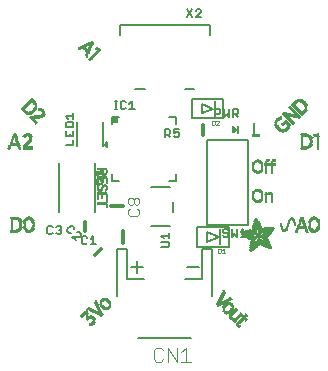
<source format=gbr>
G04 EAGLE Gerber RS-274X export*
G75*
%MOMM*%
%FSLAX34Y34*%
%LPD*%
%INSilkscreen Top*%
%IPPOS*%
%AMOC8*
5,1,8,0,0,1.08239X$1,22.5*%
G01*
%ADD10C,0.177800*%
%ADD11C,0.304800*%
%ADD12C,0.076200*%
%ADD13C,0.203200*%
%ADD14C,0.152400*%
%ADD15C,0.127000*%
%ADD16R,0.200000X1.400000*%
%ADD17C,0.025400*%
%ADD18C,0.101600*%
%ADD19R,0.127000X0.762000*%
%ADD20R,0.500000X0.500000*%
%ADD21R,0.084634X0.021159*%
%ADD22R,0.148109X0.021159*%
%ADD23R,0.190422X0.021156*%
%ADD24R,0.232741X0.021159*%
%ADD25R,0.275056X0.021159*%
%ADD26R,0.317372X0.021156*%
%ADD27R,0.190425X0.021159*%
%ADD28R,0.338531X0.021159*%
%ADD29R,0.253900X0.021156*%
%ADD30R,0.296216X0.021156*%
%ADD31R,0.296216X0.021159*%
%ADD32R,0.275059X0.021159*%
%ADD33R,0.359691X0.021156*%
%ADD34R,0.253897X0.021156*%
%ADD35R,0.402006X0.021159*%
%ADD36R,0.253897X0.021159*%
%ADD37R,0.423166X0.021159*%
%ADD38R,0.444322X0.021156*%
%ADD39R,0.465481X0.021159*%
%ADD40R,0.486638X0.021156*%
%ADD41R,0.275056X0.021156*%
%ADD42R,0.359687X0.021159*%
%ADD43R,0.317372X0.021159*%
%ADD44R,0.317375X0.021156*%
%ADD45R,0.021159X0.021156*%
%ADD46R,0.063472X0.021159*%
%ADD47R,0.105791X0.021159*%
%ADD48R,0.148109X0.021156*%
%ADD49R,0.190422X0.021159*%
%ADD50R,0.232741X0.021156*%
%ADD51R,0.317375X0.021159*%
%ADD52R,0.021159X0.021159*%
%ADD53R,0.338531X0.021156*%
%ADD54R,0.063475X0.021156*%
%ADD55R,0.338528X0.021159*%
%ADD56R,0.148106X0.021159*%
%ADD57R,0.190425X0.021156*%
%ADD58R,0.528953X0.021159*%
%ADD59R,0.169266X0.021156*%
%ADD60R,0.592428X0.021156*%
%ADD61R,0.211581X0.021159*%
%ADD62R,0.655906X0.021159*%
%ADD63R,0.592431X0.021159*%
%ADD64R,0.253900X0.021159*%
%ADD65R,0.698219X0.021159*%
%ADD66R,0.550113X0.021159*%
%ADD67R,0.296212X0.021156*%
%ADD68R,0.740538X0.021156*%
%ADD69R,0.507797X0.021156*%
%ADD70R,0.761694X0.021159*%
%ADD71R,0.761697X0.021159*%
%ADD72R,0.359691X0.021159*%
%ADD73R,0.423162X0.021159*%
%ADD74R,0.761697X0.021156*%
%ADD75R,0.380850X0.021156*%
%ADD76R,0.740538X0.021159*%
%ADD77R,0.719378X0.021156*%
%ADD78R,0.740534X0.021159*%
%ADD79R,0.719378X0.021159*%
%ADD80R,0.380847X0.021159*%
%ADD81R,0.698219X0.021156*%
%ADD82R,0.423166X0.021156*%
%ADD83R,0.677063X0.021159*%
%ADD84R,0.465478X0.021159*%
%ADD85R,0.063475X0.021159*%
%ADD86R,0.486638X0.021159*%
%ADD87R,0.211581X0.021156*%
%ADD88R,0.126950X0.021156*%
%ADD89R,0.465481X0.021156*%
%ADD90R,0.105791X0.021156*%
%ADD91R,0.211584X0.021156*%
%ADD92R,0.486641X0.021159*%
%ADD93R,0.169266X0.021159*%
%ADD94R,0.528956X0.021159*%
%ADD95R,0.126947X0.021159*%
%ADD96R,0.528953X0.021156*%
%ADD97R,0.550113X0.021156*%
%ADD98R,0.084631X0.021156*%
%ADD99R,0.084634X0.021156*%
%ADD100R,0.507797X0.021159*%
%ADD101R,0.592428X0.021159*%
%ADD102R,0.042316X0.021159*%
%ADD103R,0.613588X0.021156*%
%ADD104R,0.402006X0.021156*%
%ADD105R,0.148106X0.021156*%
%ADD106R,0.655903X0.021159*%
%ADD107R,0.444322X0.021159*%
%ADD108R,0.423162X0.021156*%
%ADD109R,0.952119X0.021156*%
%ADD110R,0.021156X0.021156*%
%ADD111R,0.994438X0.021159*%
%ADD112R,1.036750X0.021159*%
%ADD113R,0.359687X0.021156*%
%ADD114R,0.528956X0.021156*%
%ADD115R,1.079069X0.021156*%
%ADD116R,1.100228X0.021159*%
%ADD117R,1.142541X0.021156*%
%ADD118R,0.550116X0.021159*%
%ADD119R,0.571272X0.021156*%
%ADD120R,0.613588X0.021159*%
%ADD121R,0.232738X0.021156*%
%ADD122R,0.042319X0.021159*%
%ADD123R,0.804009X0.021159*%
%ADD124R,0.211584X0.021159*%
%ADD125R,0.380850X0.021159*%
%ADD126R,0.465478X0.021156*%
%ADD127R,0.804013X0.021156*%
%ADD128R,0.698222X0.021156*%
%ADD129R,0.634744X0.021159*%
%ADD130R,0.275059X0.021156*%
%ADD131R,0.592431X0.021156*%
%ADD132R,0.782853X0.021159*%
%ADD133R,0.232738X0.021159*%
%ADD134R,0.042316X0.021156*%
%ADD135R,0.719381X0.021159*%
%ADD136R,0.634744X0.021156*%
%ADD137R,0.126950X0.021159*%
%ADD138R,0.571272X0.021159*%
%ADD139R,0.677063X0.021156*%
%ADD140R,0.550116X0.021156*%
%ADD141R,0.698222X0.021159*%
%ADD142R,0.761694X0.021156*%
%ADD143R,0.804009X0.021156*%
%ADD144R,0.825169X0.021159*%
%ADD145R,0.782853X0.021156*%
%ADD146R,0.825172X0.021156*%
%ADD147R,0.804013X0.021159*%
%ADD148R,0.846328X0.021159*%
%ADD149R,0.867488X0.021159*%
%ADD150R,0.846328X0.021156*%
%ADD151R,0.867484X0.021159*%
%ADD152R,0.888644X0.021159*%
%ADD153R,0.825169X0.021156*%
%ADD154R,0.867484X0.021156*%
%ADD155R,1.713813X0.021159*%
%ADD156R,1.713813X0.021156*%
%ADD157R,1.692656X0.021159*%
%ADD158R,1.692656X0.021156*%
%ADD159R,1.650338X0.021159*%
%ADD160R,1.650338X0.021156*%
%ADD161R,1.608025X0.021159*%
%ADD162R,1.100228X0.021156*%
%ADD163R,1.079069X0.021159*%
%ADD164R,1.036753X0.021159*%
%ADD165R,1.015594X0.021156*%
%ADD166R,0.888644X0.021156*%
%ADD167R,0.486641X0.021156*%
%ADD168R,0.952119X0.021159*%
%ADD169R,1.184859X0.021159*%
%ADD170R,1.227175X0.021156*%
%ADD171R,1.861922X0.021159*%
%ADD172R,1.946553X0.021159*%
%ADD173R,2.031184X0.021156*%
%ADD174R,1.121384X0.021159*%
%ADD175R,1.057909X0.021156*%
%ADD176R,1.057909X0.021159*%
%ADD177R,0.825172X0.021159*%
%ADD178R,1.100225X0.021159*%
%ADD179R,0.909803X0.021159*%
%ADD180R,1.608022X0.021156*%
%ADD181R,1.650341X0.021159*%
%ADD182R,1.417600X0.021156*%
%ADD183R,1.396441X0.021159*%
%ADD184R,1.375284X0.021159*%
%ADD185R,1.375284X0.021156*%
%ADD186R,0.634747X0.021156*%
%ADD187R,1.354125X0.021159*%
%ADD188R,1.332966X0.021156*%
%ADD189R,1.121384X0.021156*%
%ADD190R,1.311809X0.021159*%
%ADD191R,1.142541X0.021159*%
%ADD192R,1.248334X0.021156*%
%ADD193R,1.163700X0.021159*%
%ADD194R,0.655903X0.021156*%
%ADD195R,1.036750X0.021156*%
%ADD196R,0.973278X0.021159*%
%ADD197R,1.227175X0.021159*%
%ADD198R,1.248334X0.021159*%
%ADD199R,0.867488X0.021156*%
%ADD200R,1.290650X0.021156*%
%ADD201R,1.311806X0.021159*%
%ADD202R,1.798447X0.021159*%
%ADD203R,1.819603X0.021159*%
%ADD204R,1.819603X0.021156*%
%ADD205R,1.015594X0.021159*%
%ADD206R,0.930959X0.021159*%
%ADD207R,0.994434X0.021156*%
%ADD208R,0.930959X0.021156*%
%ADD209R,0.846325X0.021159*%
%ADD210R,0.719381X0.021156*%
%ADD211R,0.380847X0.021156*%
%ADD212R,0.634747X0.021159*%
%ADD213R,0.909803X0.021156*%
%ADD214R,0.655906X0.021156*%
%ADD215R,0.402003X0.021159*%
%ADD216R,0.084631X0.021159*%
%ADD217R,0.296212X0.021159*%
%ADD218R,0.402003X0.021156*%
%ADD219R,0.930963X0.021159*%
%ADD220R,0.021156X0.021159*%
%ADD221R,0.105794X0.021159*%
%ADD222R,1.163700X0.021156*%
%ADD223R,1.184859X0.021156*%
%ADD224R,1.036753X0.021156*%
%ADD225R,1.396441X0.021156*%
%ADD226R,0.444325X0.021159*%
%ADD227R,0.571269X0.021159*%
%ADD228R,0.930963X0.021156*%
%ADD229R,0.126947X0.021156*%
%ADD230R,0.571269X0.021156*%

G36*
X57981Y42426D02*
X57981Y42426D01*
X58010Y42425D01*
X58100Y42452D01*
X58192Y42472D01*
X58217Y42487D01*
X58246Y42496D01*
X58388Y42586D01*
X61563Y45126D01*
X61632Y45203D01*
X61705Y45276D01*
X61714Y45294D01*
X61727Y45308D01*
X61769Y45404D01*
X61815Y45496D01*
X61817Y45516D01*
X61825Y45534D01*
X61834Y45637D01*
X61848Y45740D01*
X61844Y45759D01*
X61846Y45779D01*
X61821Y45880D01*
X61802Y45982D01*
X61792Y45999D01*
X61788Y46018D01*
X61732Y46106D01*
X61681Y46196D01*
X61664Y46213D01*
X61656Y46226D01*
X61631Y46246D01*
X61563Y46314D01*
X58388Y48854D01*
X58362Y48869D01*
X58340Y48890D01*
X58255Y48929D01*
X58173Y48975D01*
X58144Y48981D01*
X58117Y48993D01*
X58024Y49003D01*
X57932Y49021D01*
X57902Y49017D01*
X57873Y49020D01*
X57781Y49000D01*
X57688Y48988D01*
X57661Y48974D01*
X57632Y48968D01*
X57552Y48920D01*
X57468Y48878D01*
X57447Y48857D01*
X57421Y48842D01*
X57360Y48770D01*
X57294Y48704D01*
X57281Y48678D01*
X57261Y48655D01*
X57226Y48568D01*
X57184Y48484D01*
X57180Y48454D01*
X57169Y48427D01*
X57151Y48260D01*
X57151Y43180D01*
X57156Y43151D01*
X57153Y43121D01*
X57175Y43030D01*
X57191Y42937D01*
X57204Y42911D01*
X57211Y42882D01*
X57262Y42803D01*
X57306Y42720D01*
X57327Y42699D01*
X57343Y42674D01*
X57416Y42615D01*
X57484Y42551D01*
X57511Y42538D01*
X57534Y42519D01*
X57622Y42486D01*
X57707Y42447D01*
X57737Y42444D01*
X57764Y42433D01*
X57858Y42430D01*
X57951Y42420D01*
X57981Y42426D01*
G37*
D10*
X-28321Y-70352D02*
X-18322Y-70352D01*
X-23321Y-75351D02*
X-23321Y-65352D01*
X18669Y-70352D02*
X28668Y-70352D01*
D11*
X-34925Y-19050D02*
X-45085Y-19050D01*
D12*
X-30882Y-22676D02*
X-29314Y-21109D01*
X-30882Y-22676D02*
X-30882Y-25812D01*
X-29314Y-27379D01*
X-23044Y-27379D01*
X-21476Y-25812D01*
X-21476Y-22676D01*
X-23044Y-21109D01*
X-29314Y-18024D02*
X-30882Y-16457D01*
X-30882Y-13321D01*
X-29314Y-11754D01*
X-27747Y-11754D01*
X-26179Y-13321D01*
X-24611Y-11754D01*
X-23044Y-11754D01*
X-21476Y-13321D01*
X-21476Y-16457D01*
X-23044Y-18024D01*
X-24611Y-18024D01*
X-26179Y-16457D01*
X-27747Y-18024D01*
X-29314Y-18024D01*
X-26179Y-16457D02*
X-26179Y-13321D01*
D13*
X-59041Y-24175D02*
X-59041Y17825D01*
X-89549Y17825D02*
X-89549Y-24175D01*
D14*
X-57407Y-61D02*
X-53001Y-61D01*
X-57407Y-61D02*
X-58509Y1040D01*
X-58509Y3244D01*
X-57407Y4345D01*
X-53001Y4345D01*
X-51899Y3244D01*
X-51899Y1040D01*
X-53001Y-61D01*
X-54102Y2142D02*
X-51899Y4345D01*
X-56305Y7423D02*
X-58509Y9626D01*
X-51899Y9626D01*
X-51899Y7423D02*
X-51899Y11829D01*
X31195Y59500D02*
X41195Y63500D01*
X31195Y59500D02*
X31195Y67500D01*
X41195Y63500D01*
D15*
X49695Y55250D02*
X22695Y55250D01*
X22695Y71750D01*
X49695Y71750D01*
X49695Y55250D01*
D16*
X42195Y63500D03*
D17*
X39838Y53376D02*
X39838Y49563D01*
X41744Y49563D01*
X42380Y50199D01*
X42380Y52741D01*
X41744Y53376D01*
X39838Y53376D01*
X43580Y49563D02*
X46122Y49563D01*
X43580Y49563D02*
X46122Y52105D01*
X46122Y52741D01*
X45487Y53376D01*
X44215Y53376D01*
X43580Y52741D01*
D14*
X46180Y-44990D02*
X36180Y-48990D01*
X36180Y-40990D01*
X46180Y-44990D01*
D15*
X54680Y-53240D02*
X27680Y-53240D01*
X27680Y-36740D01*
X54680Y-36740D01*
X54680Y-53240D01*
D16*
X47180Y-44990D03*
D17*
X44823Y-55114D02*
X44823Y-58927D01*
X46729Y-58927D01*
X47365Y-58291D01*
X47365Y-55749D01*
X46729Y-55114D01*
X44823Y-55114D01*
X48565Y-56385D02*
X49836Y-55114D01*
X49836Y-58927D01*
X48565Y-58927D02*
X51107Y-58927D01*
D13*
X22500Y-130330D02*
X-22500Y-130330D01*
X-40000Y-95330D02*
X-40000Y-55330D01*
X-31500Y-55330D01*
X-31500Y-80330D01*
X-17500Y-80330D01*
X17500Y-80330D02*
X31500Y-80330D01*
X31500Y-55330D01*
X40000Y-55330D01*
X40000Y-95330D01*
D18*
X-3327Y-138928D02*
X-1378Y-140877D01*
X-3327Y-138928D02*
X-7225Y-138928D01*
X-9174Y-140877D01*
X-9174Y-148673D01*
X-7225Y-150622D01*
X-3327Y-150622D01*
X-1378Y-148673D01*
X2520Y-150622D02*
X2520Y-138928D01*
X10316Y-150622D01*
X10316Y-138928D01*
X14214Y-142826D02*
X18112Y-138928D01*
X18112Y-150622D01*
X14214Y-150622D02*
X22010Y-150622D01*
D11*
X-35465Y-50165D02*
X-35465Y-40005D01*
D14*
X-65585Y-45673D02*
X-66687Y-44571D01*
X-68890Y-44571D01*
X-69991Y-45673D01*
X-69991Y-50079D01*
X-68890Y-51181D01*
X-66687Y-51181D01*
X-65585Y-50079D01*
X-62507Y-46775D02*
X-60304Y-44571D01*
X-60304Y-51181D01*
X-62507Y-51181D02*
X-58101Y-51181D01*
D11*
X32308Y41380D02*
X32308Y49380D01*
D14*
X322Y45894D02*
X322Y39284D01*
X322Y45894D02*
X3626Y45894D01*
X4728Y44792D01*
X4728Y42589D01*
X3626Y41487D01*
X322Y41487D01*
X2525Y41487D02*
X4728Y39284D01*
X7806Y45894D02*
X12212Y45894D01*
X7806Y45894D02*
X7806Y42589D01*
X10009Y43690D01*
X11111Y43690D01*
X12212Y42589D01*
X12212Y40386D01*
X11111Y39284D01*
X8907Y39284D01*
X7806Y40386D01*
D19*
X61722Y45720D03*
D14*
X42672Y56642D02*
X42672Y63252D01*
X45977Y63252D01*
X47078Y62150D01*
X47078Y59947D01*
X45977Y58845D01*
X42672Y58845D01*
X50156Y56642D02*
X50156Y63252D01*
X52359Y58845D02*
X50156Y56642D01*
X52359Y58845D02*
X54563Y56642D01*
X54563Y63252D01*
X57640Y63252D02*
X57640Y56642D01*
X57640Y63252D02*
X60945Y63252D01*
X62047Y62150D01*
X62047Y59947D01*
X60945Y58845D01*
X57640Y58845D01*
X59844Y58845D02*
X62047Y56642D01*
D15*
X25000Y80440D02*
X17000Y80440D01*
X-17000Y80440D02*
X-25000Y80440D01*
X38000Y125440D02*
X38000Y134440D01*
X-38000Y134440D01*
X-38000Y125440D01*
D14*
X18894Y147674D02*
X23300Y141064D01*
X18894Y141064D02*
X23300Y147674D01*
X26378Y141064D02*
X30784Y141064D01*
X26378Y141064D02*
X30784Y145470D01*
X30784Y146572D01*
X29683Y147674D01*
X27479Y147674D01*
X26378Y146572D01*
D15*
X35840Y37270D02*
X35840Y-34730D01*
X35840Y37270D02*
X70840Y37270D01*
X70840Y-34730D01*
X35840Y-34730D01*
D14*
X52594Y-38346D02*
X53696Y-39448D01*
X52594Y-38346D02*
X50391Y-38346D01*
X49290Y-39448D01*
X49290Y-40550D01*
X50391Y-41651D01*
X52594Y-41651D01*
X53696Y-42753D01*
X53696Y-43854D01*
X52594Y-44956D01*
X50391Y-44956D01*
X49290Y-43854D01*
X56774Y-44956D02*
X56774Y-38346D01*
X58977Y-42753D02*
X56774Y-44956D01*
X58977Y-42753D02*
X61180Y-44956D01*
X61180Y-38346D01*
X64258Y-40550D02*
X66461Y-38346D01*
X66461Y-44956D01*
X64258Y-44956D02*
X68664Y-44956D01*
D15*
X-38716Y56473D02*
X-44716Y56473D01*
X-44716Y50473D01*
X3284Y56473D02*
X9284Y56473D01*
X9284Y50473D01*
X-44716Y8473D02*
X-44716Y2473D01*
X-38716Y2473D01*
X9284Y2473D02*
X9284Y8473D01*
X9284Y2473D02*
X3284Y2473D01*
D20*
X-42216Y53973D03*
D14*
X-42354Y63215D02*
X-40151Y63215D01*
X-41253Y63215D02*
X-41253Y69825D01*
X-42354Y69825D02*
X-40151Y69825D01*
X-34060Y69825D02*
X-32958Y68723D01*
X-34060Y69825D02*
X-36263Y69825D01*
X-37365Y68723D01*
X-37365Y64317D01*
X-36263Y63215D01*
X-34060Y63215D01*
X-32958Y64317D01*
X-29881Y67621D02*
X-27677Y69825D01*
X-27677Y63215D01*
X-25474Y63215D02*
X-29881Y63215D01*
D15*
X-52500Y51910D02*
X-52500Y31910D01*
X-74500Y31910D02*
X-74500Y51910D01*
X-48500Y33910D02*
X-48500Y30910D01*
X-48500Y33910D02*
X-48500Y34910D01*
X-50500Y32910D01*
X-48500Y30910D01*
X-48500Y31910D01*
X-49500Y32910D01*
D14*
X-77262Y32672D02*
X-83872Y32672D01*
X-77262Y32672D02*
X-77262Y37078D01*
X-83872Y40156D02*
X-83872Y44563D01*
X-83872Y40156D02*
X-77262Y40156D01*
X-77262Y44563D01*
X-80567Y42359D02*
X-80567Y40156D01*
X-83872Y47640D02*
X-77262Y47640D01*
X-77262Y50945D01*
X-78364Y52047D01*
X-82770Y52047D01*
X-83872Y50945D01*
X-83872Y47640D01*
X-81668Y55124D02*
X-83872Y57328D01*
X-77262Y57328D01*
X-77262Y59531D02*
X-77262Y55124D01*
D13*
X-11810Y-3185D02*
X4190Y-3185D01*
X4190Y-36185D02*
X-11810Y-36185D01*
X6690Y-23685D02*
X6690Y-15685D01*
D14*
X2454Y-53671D02*
X-3054Y-53671D01*
X2454Y-53671D02*
X3556Y-52570D01*
X3556Y-50367D01*
X2454Y-49265D01*
X-3054Y-49265D01*
X-850Y-46187D02*
X-3054Y-43984D01*
X3556Y-43984D01*
X3556Y-46187D02*
X3556Y-41781D01*
D11*
X-53687Y-54957D02*
X-59343Y-60613D01*
D14*
X-76433Y-38699D02*
X-76433Y-37141D01*
X-77990Y-35583D01*
X-79548Y-35583D01*
X-82664Y-38699D01*
X-82664Y-40257D01*
X-81106Y-41815D01*
X-79548Y-41815D01*
X-78151Y-44770D02*
X-75035Y-47886D01*
X-78151Y-44770D02*
X-71919Y-44770D01*
X-71140Y-43991D01*
X-71140Y-42433D01*
X-72698Y-40875D01*
X-74256Y-40875D01*
D11*
X-67278Y-40426D02*
X-67278Y-32426D01*
D14*
X-94858Y-37014D02*
X-95960Y-35912D01*
X-98163Y-35912D01*
X-99264Y-37014D01*
X-99264Y-41421D01*
X-98163Y-42522D01*
X-95960Y-42522D01*
X-94858Y-41421D01*
X-91780Y-37014D02*
X-90679Y-35912D01*
X-88475Y-35912D01*
X-87374Y-37014D01*
X-87374Y-38116D01*
X-88475Y-39217D01*
X-89577Y-39217D01*
X-88475Y-39217D02*
X-87374Y-40319D01*
X-87374Y-41421D01*
X-88475Y-42522D01*
X-90679Y-42522D01*
X-91780Y-41421D01*
D21*
X63313Y-122139D03*
D22*
X63207Y-121927D03*
D23*
X63207Y-121716D03*
D24*
X63207Y-121504D03*
D25*
X63207Y-121292D03*
D26*
X63207Y-121081D03*
D27*
X-63107Y-120869D03*
D28*
X63101Y-120869D03*
D29*
X-62790Y-120658D03*
D30*
X62678Y-120658D03*
D31*
X-62578Y-120446D03*
D32*
X62572Y-120446D03*
D28*
X-62367Y-120234D03*
D25*
X62361Y-120234D03*
D33*
X-62261Y-120023D03*
D34*
X62255Y-120023D03*
D35*
X-62049Y-119811D03*
D36*
X62255Y-119811D03*
D37*
X-61944Y-119600D03*
D36*
X62255Y-119600D03*
D38*
X-61838Y-119388D03*
D34*
X62255Y-119388D03*
D39*
X-61732Y-119177D03*
D25*
X62361Y-119177D03*
D40*
X-61626Y-118965D03*
D41*
X62361Y-118965D03*
D42*
X-60992Y-118753D03*
D31*
X62467Y-118753D03*
D43*
X-60568Y-118542D03*
D31*
X62678Y-118542D03*
D44*
X-60357Y-118330D03*
D45*
X59187Y-118330D03*
D44*
X62784Y-118330D03*
D25*
X-60145Y-118119D03*
D46*
X59187Y-118119D03*
D43*
X62996Y-118119D03*
D25*
X-59934Y-117907D03*
D47*
X59187Y-117907D03*
D43*
X63207Y-117907D03*
D34*
X-59828Y-117695D03*
D48*
X59187Y-117695D03*
D44*
X63419Y-117695D03*
D24*
X-59722Y-117484D03*
D49*
X59187Y-117484D03*
D43*
X63630Y-117484D03*
D29*
X-59616Y-117272D03*
D50*
X59187Y-117272D03*
D26*
X63842Y-117272D03*
D24*
X-59510Y-117061D03*
D25*
X59187Y-117061D03*
D51*
X64053Y-117061D03*
D24*
X-59510Y-116849D03*
D43*
X59187Y-116849D03*
X64265Y-116849D03*
D52*
X68920Y-116849D03*
D50*
X-59510Y-116638D03*
D53*
X59293Y-116638D03*
D44*
X64477Y-116638D03*
D54*
X68920Y-116638D03*
D24*
X-59510Y-116426D03*
D55*
X59504Y-116426D03*
D43*
X64688Y-116426D03*
D47*
X68920Y-116426D03*
D24*
X-59510Y-116214D03*
D28*
X59716Y-116214D03*
D43*
X64900Y-116214D03*
D56*
X68920Y-116214D03*
D54*
X-65223Y-116003D03*
D50*
X-59510Y-116003D03*
D54*
X57706Y-116003D03*
D53*
X59928Y-116003D03*
D44*
X65111Y-116003D03*
D57*
X68920Y-116003D03*
D47*
X-65223Y-115791D03*
D24*
X-59510Y-115791D03*
D58*
X59187Y-115791D03*
D43*
X65323Y-115791D03*
D24*
X68920Y-115791D03*
D59*
X-65329Y-115580D03*
D29*
X-59616Y-115580D03*
D60*
X59081Y-115580D03*
D26*
X65535Y-115580D03*
D41*
X68920Y-115580D03*
D61*
X-65329Y-115368D03*
D25*
X-59722Y-115368D03*
D62*
X58976Y-115368D03*
D63*
X67121Y-115368D03*
D64*
X-65117Y-115156D03*
D36*
X-59828Y-115156D03*
D65*
X58976Y-115156D03*
D66*
X67121Y-115156D03*
D41*
X-65012Y-114945D03*
D67*
X-60039Y-114945D03*
D68*
X58976Y-114945D03*
D69*
X67121Y-114945D03*
D51*
X-64800Y-114733D03*
D43*
X-60145Y-114733D03*
D70*
X59081Y-114733D03*
D39*
X67121Y-114733D03*
D71*
X-62578Y-114522D03*
D31*
X56542Y-114522D03*
D72*
X61303Y-114522D03*
D73*
X67121Y-114522D03*
D74*
X-62578Y-114310D03*
D30*
X56331Y-114310D03*
D53*
X61620Y-114310D03*
D75*
X67121Y-114310D03*
D76*
X-62684Y-114099D03*
D25*
X56225Y-114099D03*
D28*
X61832Y-114099D03*
X67121Y-114099D03*
D54*
X-70090Y-113887D03*
D77*
X-62790Y-113887D03*
D41*
X56013Y-113887D03*
D53*
X62043Y-113887D03*
D26*
X67227Y-113887D03*
D47*
X-70090Y-113675D03*
D78*
X-62896Y-113675D03*
D64*
X55908Y-113675D03*
D28*
X62255Y-113675D03*
X67333Y-113675D03*
D56*
X-70090Y-113464D03*
D79*
X-63002Y-113464D03*
D64*
X55908Y-113464D03*
D28*
X62467Y-113464D03*
D80*
X67333Y-113464D03*
D57*
X-70090Y-113252D03*
D81*
X-63107Y-113252D03*
D29*
X55908Y-113252D03*
D53*
X62678Y-113252D03*
D82*
X67333Y-113252D03*
D24*
X-70090Y-113041D03*
D83*
X-63213Y-113041D03*
D64*
X55908Y-113041D03*
D28*
X62890Y-113041D03*
D84*
X67333Y-113041D03*
D25*
X-70090Y-112829D03*
D61*
X-65541Y-112829D03*
D80*
X-62155Y-112829D03*
D85*
X-53586Y-112829D03*
D64*
X55908Y-112829D03*
D28*
X63101Y-112829D03*
D86*
X67439Y-112829D03*
D30*
X-69984Y-112618D03*
D87*
X-65541Y-112618D03*
D30*
X-62155Y-112618D03*
D88*
X-53692Y-112618D03*
D29*
X55908Y-112618D03*
D53*
X63313Y-112618D03*
D89*
X67756Y-112618D03*
D51*
X-69878Y-112406D03*
D61*
X-65541Y-112406D03*
D27*
X-62049Y-112406D03*
D49*
X-53798Y-112406D03*
D25*
X56013Y-112406D03*
D28*
X63525Y-112406D03*
D84*
X67968Y-112406D03*
D26*
X-69666Y-112194D03*
D23*
X-65646Y-112194D03*
D29*
X-53904Y-112194D03*
D30*
X56119Y-112194D03*
D53*
X63736Y-112194D03*
D90*
X66381Y-112194D03*
D26*
X68920Y-112194D03*
D51*
X-69455Y-111983D03*
D49*
X-65646Y-111983D03*
D43*
X-54009Y-111983D03*
D25*
X56225Y-111983D03*
D28*
X63948Y-111983D03*
D85*
X66381Y-111983D03*
D31*
X69026Y-111983D03*
D43*
X-69243Y-111771D03*
D49*
X-65646Y-111771D03*
D80*
X-54115Y-111771D03*
D31*
X56331Y-111771D03*
D28*
X64159Y-111771D03*
D52*
X66381Y-111771D03*
D36*
X69026Y-111771D03*
D26*
X-69032Y-111560D03*
D23*
X-65646Y-111560D03*
D38*
X-54221Y-111560D03*
D30*
X56542Y-111560D03*
D53*
X64371Y-111560D03*
D91*
X69026Y-111560D03*
D51*
X-68820Y-111348D03*
D49*
X-65646Y-111348D03*
D92*
X-54432Y-111348D03*
D51*
X56648Y-111348D03*
X64477Y-111348D03*
D93*
X69026Y-111348D03*
D43*
X-68608Y-111136D03*
D61*
X-65752Y-111136D03*
D94*
X-54644Y-111136D03*
D43*
X56860Y-111136D03*
D25*
X64477Y-111136D03*
D95*
X69026Y-111136D03*
D96*
X-67339Y-110925D03*
D97*
X-54961Y-110925D03*
D98*
X53157Y-110925D03*
D26*
X57071Y-110925D03*
D50*
X64477Y-110925D03*
D99*
X69026Y-110925D03*
D100*
X-67233Y-110713D03*
D101*
X-55173Y-110713D03*
D31*
X53157Y-110713D03*
D28*
X57177Y-110713D03*
D27*
X64477Y-110713D03*
D102*
X69026Y-110713D03*
D40*
X-67127Y-110502D03*
D103*
X-55490Y-110502D03*
D104*
X53263Y-110502D03*
D53*
X57389Y-110502D03*
D105*
X64477Y-110502D03*
D39*
X-67022Y-110290D03*
D106*
X-55702Y-110290D03*
D86*
X53263Y-110290D03*
D28*
X57600Y-110290D03*
D47*
X64477Y-110290D03*
D107*
X-66916Y-110079D03*
D83*
X-56019Y-110079D03*
D66*
X53157Y-110079D03*
D55*
X57812Y-110079D03*
D85*
X64477Y-110079D03*
D108*
X-66810Y-109867D03*
D77*
X-56231Y-109867D03*
D109*
X54955Y-109867D03*
D110*
X64477Y-109867D03*
D35*
X-66704Y-109655D03*
D76*
X-56548Y-109655D03*
D111*
X54955Y-109655D03*
D80*
X-66598Y-109444D03*
D94*
X-58241Y-109444D03*
D36*
X-54115Y-109444D03*
D112*
X54955Y-109444D03*
D113*
X-66493Y-109232D03*
D114*
X-58664Y-109232D03*
D29*
X-54327Y-109232D03*
D115*
X54955Y-109232D03*
D51*
X-66493Y-109021D03*
D94*
X-59087Y-109021D03*
D64*
X-54327Y-109021D03*
D116*
X55061Y-109021D03*
D30*
X-66387Y-108809D03*
D96*
X-59510Y-108809D03*
D29*
X-54538Y-108809D03*
D117*
X55061Y-108809D03*
D32*
X-66281Y-108597D03*
D94*
X-59934Y-108597D03*
D64*
X-54538Y-108597D03*
D31*
X50618Y-108597D03*
D79*
X57389Y-108597D03*
D64*
X-66175Y-108386D03*
D94*
X-60357Y-108386D03*
D36*
X-54750Y-108386D03*
X50406Y-108386D03*
D65*
X57706Y-108386D03*
D50*
X-66069Y-108174D03*
D114*
X-60780Y-108174D03*
D34*
X-54750Y-108174D03*
D50*
X50301Y-108174D03*
D44*
X56225Y-108174D03*
D53*
X59716Y-108174D03*
D27*
X-66069Y-107963D03*
D66*
X-61097Y-107963D03*
D64*
X-54961Y-107963D03*
D24*
X50089Y-107963D03*
D43*
X56437Y-107963D03*
D28*
X59928Y-107963D03*
D56*
X-66069Y-107751D03*
D118*
X-61520Y-107751D03*
D64*
X-54961Y-107751D03*
D24*
X50089Y-107751D03*
D31*
X56542Y-107751D03*
D28*
X60139Y-107751D03*
D90*
X-66069Y-107540D03*
D97*
X-61944Y-107540D03*
D34*
X-55173Y-107540D03*
D91*
X49983Y-107540D03*
D30*
X56754Y-107540D03*
D53*
X60351Y-107540D03*
D85*
X-66069Y-107328D03*
D66*
X-62367Y-107328D03*
D36*
X-55173Y-107328D03*
D93*
X-49460Y-107328D03*
D24*
X49877Y-107328D03*
D25*
X56860Y-107328D03*
D43*
X60457Y-107328D03*
D97*
X-62790Y-107116D03*
D34*
X-55385Y-107116D03*
D44*
X-49566Y-107116D03*
D50*
X49877Y-107116D03*
D41*
X57071Y-107116D03*
X60457Y-107116D03*
D118*
X-63213Y-106905D03*
D36*
X-55385Y-106905D03*
D73*
X-49460Y-106905D03*
D24*
X49877Y-106905D03*
D36*
X57177Y-106905D03*
D24*
X60457Y-106905D03*
D86*
X-63319Y-106693D03*
D64*
X-55596Y-106693D03*
D86*
X-49566Y-106693D03*
D24*
X49877Y-106693D03*
D36*
X57177Y-106693D03*
D27*
X60457Y-106693D03*
D108*
X-63425Y-106482D03*
D29*
X-55596Y-106482D03*
D119*
X-49566Y-106482D03*
D50*
X49877Y-106482D03*
D34*
X57389Y-106482D03*
D105*
X60457Y-106482D03*
D72*
X-63530Y-106270D03*
D36*
X-55808Y-106270D03*
D120*
X-49566Y-106270D03*
D24*
X49877Y-106270D03*
D36*
X57389Y-106270D03*
D47*
X60457Y-106270D03*
D31*
X-63636Y-106058D03*
D36*
X-55808Y-106058D03*
D106*
X-49566Y-106058D03*
D24*
X49877Y-106058D03*
X57494Y-106058D03*
D85*
X60457Y-106058D03*
D121*
X-63742Y-105847D03*
D29*
X-56019Y-105847D03*
D77*
X-49672Y-105847D03*
D50*
X49877Y-105847D03*
X57494Y-105847D03*
D45*
X60457Y-105847D03*
D93*
X-63848Y-105635D03*
D64*
X-56019Y-105635D03*
D71*
X-49672Y-105635D03*
D24*
X50089Y-105635D03*
X57494Y-105635D03*
D90*
X-63954Y-105424D03*
D29*
X-56231Y-105424D03*
D74*
X-49672Y-105424D03*
D50*
X50089Y-105424D03*
D87*
X57600Y-105424D03*
D122*
X-64059Y-105212D03*
D64*
X-56231Y-105212D03*
D123*
X-49672Y-105212D03*
D64*
X50195Y-105212D03*
D61*
X57600Y-105212D03*
D36*
X-56442Y-105001D03*
D80*
X-51999Y-105001D03*
D25*
X-47027Y-105001D03*
X50301Y-105001D03*
D61*
X57600Y-105001D03*
D34*
X-56442Y-104789D03*
D53*
X-52422Y-104789D03*
D34*
X-46710Y-104789D03*
X50406Y-104789D03*
D50*
X57494Y-104789D03*
D64*
X-56654Y-104577D03*
D28*
X-52634Y-104577D03*
D24*
X-46604Y-104577D03*
D25*
X50512Y-104577D03*
D24*
X57494Y-104577D03*
D64*
X-56654Y-104366D03*
D31*
X-52846Y-104366D03*
D24*
X-46392Y-104366D03*
D21*
X45328Y-104366D03*
D31*
X50618Y-104366D03*
D61*
X57389Y-104366D03*
D34*
X-56866Y-104154D03*
D30*
X-53057Y-104154D03*
D50*
X-46392Y-104154D03*
D105*
X45434Y-104154D03*
D67*
X50830Y-104154D03*
D121*
X57283Y-104154D03*
D36*
X-56866Y-103943D03*
D25*
X-53163Y-103943D03*
D124*
X-46287Y-103943D03*
D61*
X45540Y-103943D03*
D31*
X51041Y-103943D03*
D36*
X57177Y-103943D03*
D34*
X-57077Y-103731D03*
D41*
X-53375Y-103731D03*
D91*
X-46287Y-103731D03*
D41*
X45646Y-103731D03*
D53*
X51253Y-103731D03*
D29*
X56965Y-103731D03*
D36*
X-57077Y-103519D03*
D25*
X-53375Y-103519D03*
D124*
X-46287Y-103519D03*
D28*
X45752Y-103519D03*
D42*
X51570Y-103519D03*
D25*
X56860Y-103519D03*
D64*
X-57289Y-103308D03*
D36*
X-53480Y-103308D03*
D24*
X-46181Y-103308D03*
D35*
X45857Y-103308D03*
D125*
X51888Y-103308D03*
D51*
X56648Y-103308D03*
D29*
X-57289Y-103096D03*
D121*
X-53586Y-103096D03*
D50*
X-46181Y-103096D03*
D126*
X45963Y-103096D03*
D127*
X54003Y-103096D03*
D36*
X-57500Y-102885D03*
X-53692Y-102885D03*
D24*
X-46181Y-102885D03*
D92*
X46281Y-102885D03*
D71*
X54003Y-102885D03*
D36*
X-57500Y-102673D03*
D24*
X-53798Y-102673D03*
X-46181Y-102673D03*
D94*
X46492Y-102673D03*
D76*
X54109Y-102673D03*
D41*
X-57606Y-102462D03*
D50*
X-53798Y-102462D03*
D91*
X-46287Y-102462D03*
D97*
X46810Y-102462D03*
D128*
X54109Y-102462D03*
D64*
X-57712Y-102250D03*
D61*
X-53904Y-102250D03*
D24*
X-46392Y-102250D03*
D101*
X47021Y-102250D03*
D129*
X54215Y-102250D03*
D130*
X-57818Y-102038D03*
D87*
X-53904Y-102038D03*
D50*
X-46392Y-102038D03*
D103*
X47339Y-102038D03*
D131*
X54215Y-102038D03*
D64*
X-57924Y-101827D03*
D61*
X-53904Y-101827D03*
D64*
X-46498Y-101827D03*
D106*
X47550Y-101827D03*
D58*
X54109Y-101827D03*
D25*
X-58029Y-101615D03*
D61*
X-53904Y-101615D03*
D64*
X-46498Y-101615D03*
D65*
X47762Y-101615D03*
D39*
X54215Y-101615D03*
D34*
X-58135Y-101404D03*
D87*
X-53904Y-101404D03*
D34*
X-46710Y-101404D03*
D77*
X48079Y-101404D03*
D75*
X54215Y-101404D03*
D25*
X-58241Y-101192D03*
D61*
X-53904Y-101192D03*
D25*
X-46816Y-101192D03*
D132*
X48396Y-101192D03*
D64*
X54215Y-101192D03*
D25*
X-58453Y-100980D03*
D24*
X-53798Y-100980D03*
D31*
X-46921Y-100980D03*
D36*
X45963Y-100980D03*
D94*
X50089Y-100980D03*
D41*
X-58453Y-100769D03*
D50*
X-53798Y-100769D03*
D67*
X-47133Y-100769D03*
D41*
X46069Y-100769D03*
D114*
X50512Y-100769D03*
D24*
X-58453Y-100557D03*
D133*
X-53586Y-100557D03*
D43*
X-47239Y-100557D03*
D64*
X46175Y-100557D03*
D94*
X50935Y-100557D03*
D87*
X-58347Y-100346D03*
D34*
X-53480Y-100346D03*
D44*
X-47450Y-100346D03*
D130*
X46281Y-100346D03*
D96*
X51359Y-100346D03*
D93*
X-58347Y-100134D03*
D25*
X-53375Y-100134D03*
D72*
X-47662Y-100134D03*
D64*
X46386Y-100134D03*
D94*
X51782Y-100134D03*
D56*
X-58241Y-99923D03*
D25*
X-53163Y-99923D03*
D80*
X-47979Y-99923D03*
D25*
X46492Y-99923D03*
D94*
X52205Y-99923D03*
D90*
X-58241Y-99711D03*
D53*
X-52846Y-99711D03*
D108*
X-48402Y-99711D03*
D34*
X46598Y-99711D03*
D114*
X52628Y-99711D03*
D21*
X-58135Y-99499D03*
D132*
X-50412Y-99499D03*
D25*
X46704Y-99499D03*
D58*
X53051Y-99499D03*
D134*
X-58135Y-99288D03*
D68*
X-50412Y-99288D03*
D29*
X46810Y-99288D03*
D114*
X53474Y-99288D03*
D135*
X-50518Y-99076D03*
D25*
X46915Y-99076D03*
D94*
X53898Y-99076D03*
D83*
X-50518Y-98865D03*
D36*
X47021Y-98865D03*
D94*
X54321Y-98865D03*
D136*
X-50518Y-98653D03*
D41*
X47127Y-98653D03*
D96*
X54744Y-98653D03*
D63*
X-50518Y-98442D03*
D36*
X47233Y-98442D03*
D100*
X55061Y-98442D03*
X-50518Y-98230D03*
D25*
X47339Y-98230D03*
D107*
X55167Y-98230D03*
D38*
X-50624Y-98018D03*
D29*
X47444Y-98018D03*
D75*
X55273Y-98018D03*
D72*
X-50624Y-97807D03*
D25*
X47550Y-97807D03*
D43*
X55379Y-97807D03*
D87*
X-50518Y-97595D03*
D34*
X47656Y-97595D03*
X55484Y-97595D03*
D25*
X47762Y-97384D03*
D27*
X55590Y-97384D03*
D64*
X47867Y-97172D03*
D137*
X55696Y-97172D03*
D130*
X47973Y-96960D03*
D54*
X55802Y-96960D03*
D64*
X48079Y-96749D03*
D25*
X48185Y-96537D03*
D34*
X48291Y-96326D03*
D25*
X48396Y-96114D03*
D29*
X48502Y-95903D03*
D25*
X48608Y-95691D03*
D36*
X48714Y-95479D03*
D41*
X48820Y-95268D03*
D36*
X48925Y-95056D03*
D25*
X49031Y-94845D03*
D29*
X49137Y-94633D03*
D25*
X49243Y-94421D03*
D34*
X49349Y-94210D03*
D25*
X49454Y-93998D03*
X49454Y-93787D03*
D130*
X49666Y-93575D03*
D32*
X49666Y-93364D03*
D25*
X49877Y-93152D03*
D41*
X49877Y-92940D03*
D25*
X50089Y-92729D03*
D41*
X50089Y-92517D03*
D64*
X50195Y-92306D03*
D24*
X50089Y-92094D03*
D57*
X50089Y-91882D03*
D93*
X49983Y-91671D03*
D95*
X49983Y-91459D03*
D90*
X49877Y-91248D03*
D85*
X49877Y-91036D03*
D134*
X49772Y-90825D03*
D90*
X73151Y-58029D03*
D93*
X73257Y-57818D03*
D87*
X73257Y-57606D03*
D36*
X73469Y-57395D03*
D25*
X73575Y-57183D03*
D26*
X73786Y-56971D03*
D28*
X73892Y-56760D03*
D125*
X73892Y-56548D03*
D82*
X74104Y-56337D03*
D107*
X74209Y-56125D03*
D89*
X74315Y-55914D03*
D86*
X74633Y-55702D03*
D100*
X74738Y-55490D03*
D47*
X89232Y-55490D03*
D114*
X74844Y-55279D03*
D23*
X89020Y-55279D03*
D138*
X75056Y-55067D03*
D25*
X88809Y-55067D03*
D101*
X75162Y-54856D03*
D72*
X88597Y-54856D03*
D103*
X75267Y-54644D03*
D82*
X88280Y-54644D03*
D106*
X75479Y-54432D03*
D92*
X87962Y-54432D03*
D139*
X75585Y-54221D03*
D140*
X87645Y-54221D03*
D141*
X75690Y-54009D03*
D120*
X87328Y-54009D03*
D141*
X75690Y-53798D03*
D106*
X86904Y-53798D03*
D77*
X75796Y-53586D03*
X86587Y-53586D03*
D76*
X75902Y-53375D03*
X86481Y-53375D03*
D70*
X76008Y-53163D03*
X86164Y-53163D03*
D142*
X76008Y-52951D03*
D143*
X85952Y-52951D03*
D132*
X76114Y-52740D03*
D144*
X85846Y-52740D03*
D145*
X76114Y-52528D03*
D146*
X85635Y-52528D03*
D147*
X76219Y-52317D03*
D148*
X85529Y-52317D03*
D147*
X76219Y-52105D03*
D149*
X85423Y-52105D03*
D127*
X76219Y-51893D03*
D150*
X85317Y-51893D03*
D144*
X76325Y-51682D03*
D151*
X85212Y-51682D03*
D144*
X76325Y-51470D03*
D152*
X85106Y-51470D03*
D153*
X76325Y-51259D03*
D154*
X85000Y-51259D03*
D155*
X80768Y-51047D03*
D156*
X80768Y-50836D03*
D157*
X80663Y-50624D03*
X80663Y-50412D03*
D158*
X80663Y-50201D03*
D159*
X80663Y-49989D03*
X80663Y-49778D03*
D160*
X80663Y-49566D03*
D161*
X80663Y-49354D03*
D38*
X74844Y-49143D03*
D162*
X83202Y-49143D03*
D35*
X74844Y-48931D03*
D163*
X83307Y-48931D03*
D35*
X74844Y-48720D03*
D164*
X83307Y-48720D03*
D104*
X75056Y-48508D03*
D165*
X83413Y-48508D03*
D35*
X75056Y-48297D03*
X80345Y-48297D03*
D94*
X85846Y-48297D03*
D80*
X75162Y-48085D03*
D42*
X80345Y-48085D03*
D100*
X85741Y-48085D03*
D113*
X75267Y-47873D03*
D26*
X80134Y-47873D03*
D69*
X85741Y-47873D03*
D47*
X72728Y-47662D03*
D72*
X75479Y-47662D03*
D25*
X80134Y-47662D03*
D92*
X85635Y-47662D03*
D103*
X74209Y-47450D03*
D29*
X80028Y-47450D03*
D40*
X85423Y-47450D03*
D83*
X74104Y-47239D03*
D24*
X79922Y-47239D03*
D100*
X85317Y-47239D03*
D70*
X73892Y-47027D03*
D27*
X79922Y-47027D03*
D86*
X85212Y-47027D03*
D145*
X73786Y-46816D03*
D57*
X79922Y-46816D03*
D40*
X85000Y-46816D03*
D148*
X73680Y-46604D03*
D93*
X79816Y-46604D03*
D86*
X84789Y-46604D03*
D166*
X73680Y-46392D03*
D59*
X79816Y-46392D03*
D167*
X84577Y-46392D03*
D168*
X73575Y-46181D03*
D56*
X79711Y-46181D03*
D84*
X84260Y-46181D03*
D169*
X74527Y-45969D03*
D92*
X83942Y-45969D03*
D170*
X74527Y-45758D03*
D40*
X83519Y-45758D03*
D171*
X77277Y-45546D03*
D172*
X77489Y-45334D03*
D173*
X77489Y-45123D03*
D168*
X71882Y-44911D03*
D174*
X82461Y-44911D03*
D150*
X71141Y-44700D03*
D175*
X82990Y-44700D03*
D148*
X70718Y-44488D03*
D176*
X83202Y-44488D03*
D177*
X70401Y-44277D03*
D178*
X83413Y-44277D03*
D150*
X70084Y-44065D03*
D44*
X79287Y-44065D03*
D77*
X85529Y-44065D03*
D151*
X69978Y-43853D03*
D72*
X79076Y-43853D03*
D106*
X85846Y-43853D03*
D179*
X69978Y-43642D03*
D35*
X78864Y-43642D03*
D129*
X86164Y-43642D03*
D180*
X73046Y-43430D03*
D103*
X86481Y-43430D03*
D181*
X73046Y-43219D03*
D120*
X86693Y-43219D03*
D182*
X71882Y-43007D03*
D87*
X80451Y-43007D03*
D103*
X86904Y-43007D03*
D183*
X71776Y-42795D03*
D61*
X80663Y-42795D03*
D101*
X87010Y-42795D03*
D184*
X71670Y-42584D03*
D36*
X80874Y-42584D03*
D120*
X87116Y-42584D03*
D185*
X71670Y-42372D03*
D30*
X81086Y-42372D03*
D186*
X87222Y-42372D03*
D184*
X71670Y-42161D03*
D80*
X81509Y-42161D03*
D83*
X87222Y-42161D03*
D22*
X-114733Y-41949D03*
D187*
X71565Y-41949D03*
D178*
X85106Y-41949D03*
D93*
X126788Y-41949D03*
D69*
X-127957Y-41738D03*
D26*
X-114733Y-41738D03*
D188*
X71670Y-41738D03*
D189*
X85212Y-41738D03*
D34*
X111765Y-41738D03*
D29*
X121075Y-41738D03*
D53*
X126788Y-41738D03*
D120*
X-127428Y-41526D03*
D37*
X-114839Y-41526D03*
D190*
X71776Y-41526D03*
D191*
X85317Y-41526D03*
D133*
X111871Y-41526D03*
D64*
X121075Y-41526D03*
D73*
X126788Y-41526D03*
D139*
X-127111Y-41314D03*
D167*
X-114733Y-41314D03*
D192*
X72094Y-41314D03*
D117*
X85317Y-41314D03*
D121*
X111871Y-41314D03*
D34*
X120863Y-41314D03*
D69*
X126788Y-41314D03*
D79*
X-126899Y-41103D03*
D66*
X-114839Y-41103D03*
D169*
X72411Y-41103D03*
D193*
X85423Y-41103D03*
D47*
X101503Y-41103D03*
D36*
X111977Y-41103D03*
X120863Y-41103D03*
D66*
X126788Y-41103D03*
D71*
X-126688Y-40891D03*
D120*
X-114733Y-40891D03*
D178*
X72623Y-40891D03*
D169*
X85529Y-40891D03*
D24*
X101503Y-40891D03*
X112083Y-40891D03*
D36*
X120863Y-40891D03*
D63*
X126788Y-40891D03*
D145*
X-126582Y-40680D03*
D194*
X-114733Y-40680D03*
D195*
X72940Y-40680D03*
D170*
X85529Y-40680D03*
D67*
X101398Y-40680D03*
D50*
X112083Y-40680D03*
D29*
X120652Y-40680D03*
D136*
X126788Y-40680D03*
D147*
X-126476Y-40468D03*
D141*
X-114733Y-40468D03*
D196*
X73469Y-40468D03*
D197*
X85529Y-40468D03*
D28*
X101398Y-40468D03*
D64*
X112188Y-40468D03*
X120652Y-40468D03*
D83*
X126788Y-40468D03*
D148*
X-126265Y-40256D03*
D79*
X-114839Y-40256D03*
D179*
X73786Y-40256D03*
D198*
X85635Y-40256D03*
D125*
X101398Y-40256D03*
D24*
X112294Y-40256D03*
X120546Y-40256D03*
D135*
X126788Y-40256D03*
D199*
X-126159Y-40045D03*
D68*
X-114733Y-40045D03*
D40*
X72305Y-40045D03*
D53*
X76643Y-40045D03*
D200*
X85635Y-40045D03*
D104*
X101503Y-40045D03*
D34*
X112400Y-40045D03*
D29*
X120440Y-40045D03*
D142*
X126788Y-40045D03*
D152*
X-126053Y-39833D03*
D80*
X-116743Y-39833D03*
X-112723Y-39833D03*
X72411Y-39833D03*
D72*
X76537Y-39833D03*
D201*
X85741Y-39833D03*
D107*
X101503Y-39833D03*
D36*
X112400Y-39833D03*
D64*
X120440Y-39833D03*
D42*
X124778Y-39833D03*
X128798Y-39833D03*
D50*
X-129332Y-39622D03*
D108*
X-123726Y-39622D03*
D53*
X-117167Y-39622D03*
D30*
X-112300Y-39622D03*
D91*
X72411Y-39622D03*
D75*
X76643Y-39622D03*
D188*
X85635Y-39622D03*
D89*
X101398Y-39622D03*
D50*
X112506Y-39622D03*
X120334Y-39622D03*
D26*
X124354Y-39622D03*
D44*
X129221Y-39622D03*
D24*
X-129332Y-39410D03*
D72*
X-123197Y-39410D03*
D31*
X-117378Y-39410D03*
X-112089Y-39410D03*
D202*
X83519Y-39410D03*
D92*
X101503Y-39410D03*
D64*
X112612Y-39410D03*
D36*
X120228Y-39410D03*
D51*
X124143Y-39410D03*
D25*
X129432Y-39410D03*
D24*
X-129332Y-39199D03*
D28*
X-122879Y-39199D03*
D31*
X-117590Y-39199D03*
D25*
X-111983Y-39199D03*
D203*
X83625Y-39199D03*
D133*
X100022Y-39199D03*
D24*
X102773Y-39199D03*
X112717Y-39199D03*
D36*
X120228Y-39199D03*
D32*
X123931Y-39199D03*
D25*
X129644Y-39199D03*
D50*
X-129332Y-38987D03*
D30*
X-122668Y-38987D03*
D41*
X-117695Y-38987D03*
X-111771Y-38987D03*
D204*
X83625Y-38987D03*
D87*
X99917Y-38987D03*
D50*
X102985Y-38987D03*
X112717Y-38987D03*
X120123Y-38987D03*
D130*
X123931Y-38987D03*
D34*
X129750Y-38987D03*
D24*
X-129332Y-38775D03*
D31*
X-122456Y-38775D03*
D36*
X-117801Y-38775D03*
X-111665Y-38775D03*
D132*
X78441Y-38775D03*
D112*
X87751Y-38775D03*
D61*
X99705Y-38775D03*
X103090Y-38775D03*
D36*
X112823Y-38775D03*
D64*
X120017Y-38775D03*
D25*
X123720Y-38775D03*
X129855Y-38775D03*
D24*
X-129332Y-38564D03*
D25*
X-122350Y-38564D03*
X-117907Y-38564D03*
X-111560Y-38564D03*
D147*
X78335Y-38564D03*
D205*
X87856Y-38564D03*
D61*
X99705Y-38564D03*
X103302Y-38564D03*
D206*
X116420Y-38564D03*
D36*
X123614Y-38564D03*
X129961Y-38564D03*
D50*
X-129332Y-38352D03*
D41*
X-122139Y-38352D03*
D29*
X-118013Y-38352D03*
D34*
X-111454Y-38352D03*
D127*
X78335Y-38352D03*
D207*
X87962Y-38352D03*
D91*
X99493Y-38352D03*
D87*
X103302Y-38352D03*
D208*
X116420Y-38352D03*
D41*
X123508Y-38352D03*
D29*
X130173Y-38352D03*
D24*
X-129332Y-38141D03*
D25*
X-122139Y-38141D03*
D64*
X-118013Y-38141D03*
D36*
X-111454Y-38141D03*
D177*
X78441Y-38141D03*
D168*
X88174Y-38141D03*
D124*
X99493Y-38141D03*
D61*
X103514Y-38141D03*
D206*
X116420Y-38141D03*
D64*
X123402Y-38141D03*
X130173Y-38141D03*
D50*
X-129332Y-37929D03*
D41*
X-121927Y-37929D03*
D34*
X-118224Y-37929D03*
D29*
X-111242Y-37929D03*
D146*
X78441Y-37929D03*
D166*
X88280Y-37929D03*
D57*
X99388Y-37929D03*
D87*
X103514Y-37929D03*
D166*
X116420Y-37929D03*
D29*
X123402Y-37929D03*
X130173Y-37929D03*
D24*
X-129332Y-37717D03*
D36*
X-121821Y-37717D03*
X-118224Y-37717D03*
D64*
X-111242Y-37717D03*
D177*
X78441Y-37717D03*
D209*
X88491Y-37717D03*
D61*
X99282Y-37717D03*
D49*
X103619Y-37717D03*
D152*
X116420Y-37717D03*
D24*
X123296Y-37717D03*
X130279Y-37717D03*
X-129332Y-37506D03*
D36*
X-121821Y-37506D03*
X-118224Y-37506D03*
D64*
X-111242Y-37506D03*
D147*
X78335Y-37506D03*
D71*
X88703Y-37506D03*
D49*
X99176Y-37506D03*
D61*
X103725Y-37506D03*
D151*
X116526Y-37506D03*
D36*
X123191Y-37506D03*
X130384Y-37506D03*
D50*
X-129332Y-37294D03*
D34*
X-121610Y-37294D03*
D121*
X-118330Y-37294D03*
D50*
X-111136Y-37294D03*
D127*
X78335Y-37294D03*
D104*
X89866Y-37294D03*
D87*
X99070Y-37294D03*
D57*
X103831Y-37294D03*
D150*
X116420Y-37294D03*
D34*
X123191Y-37294D03*
X130384Y-37294D03*
D24*
X-129332Y-37083D03*
D36*
X-121610Y-37083D03*
D133*
X-118330Y-37083D03*
D24*
X-111136Y-37083D03*
D147*
X78335Y-37083D03*
D27*
X98965Y-37083D03*
X103831Y-37083D03*
D148*
X116420Y-37083D03*
D36*
X123191Y-37083D03*
X130384Y-37083D03*
D24*
X-129332Y-36871D03*
D36*
X-121610Y-36871D03*
X-118436Y-36871D03*
D24*
X-111136Y-36871D03*
D147*
X78335Y-36871D03*
D27*
X98965Y-36871D03*
D124*
X103937Y-36871D03*
D177*
X116526Y-36871D03*
D133*
X123085Y-36871D03*
D24*
X130490Y-36871D03*
D50*
X-129332Y-36660D03*
X-121504Y-36660D03*
D34*
X-118436Y-36660D03*
X-111031Y-36660D03*
D127*
X78335Y-36660D03*
D57*
X98965Y-36660D03*
X104042Y-36660D03*
D50*
X113564Y-36660D03*
X119276Y-36660D03*
D121*
X123085Y-36660D03*
D50*
X130490Y-36660D03*
D24*
X-129332Y-36448D03*
X-121504Y-36448D03*
D36*
X-118436Y-36448D03*
X-111031Y-36448D03*
D70*
X78335Y-36448D03*
D27*
X98753Y-36448D03*
X104042Y-36448D03*
D24*
X113564Y-36448D03*
D36*
X119171Y-36448D03*
D133*
X123085Y-36448D03*
D24*
X130490Y-36448D03*
D50*
X-129332Y-36236D03*
D29*
X-121398Y-36236D03*
D50*
X-118542Y-36236D03*
D34*
X-111031Y-36236D03*
D142*
X78335Y-36236D03*
D57*
X98753Y-36236D03*
D87*
X104148Y-36236D03*
D50*
X113775Y-36236D03*
X119065Y-36236D03*
D121*
X123085Y-36236D03*
D50*
X130490Y-36236D03*
D24*
X-129332Y-36025D03*
D64*
X-121398Y-36025D03*
D24*
X-118542Y-36025D03*
D36*
X-111031Y-36025D03*
D70*
X78335Y-36025D03*
D27*
X98753Y-36025D03*
D49*
X104254Y-36025D03*
D47*
X110390Y-36025D03*
D24*
X113775Y-36025D03*
X119065Y-36025D03*
D133*
X123085Y-36025D03*
D24*
X130490Y-36025D03*
X-129332Y-35813D03*
D64*
X-121398Y-35813D03*
D24*
X-118542Y-35813D03*
X-110925Y-35813D03*
D76*
X78229Y-35813D03*
D49*
X98541Y-35813D03*
X104254Y-35813D03*
D22*
X110390Y-35813D03*
D64*
X113881Y-35813D03*
X118959Y-35813D03*
D133*
X123085Y-35813D03*
D24*
X130490Y-35813D03*
D50*
X-129332Y-35602D03*
D29*
X-121398Y-35602D03*
D50*
X-118542Y-35602D03*
X-110925Y-35602D03*
D210*
X78335Y-35602D03*
D23*
X98541Y-35602D03*
X104254Y-35602D03*
D59*
X110496Y-35602D03*
D50*
X113987Y-35602D03*
X118853Y-35602D03*
D121*
X123085Y-35602D03*
D50*
X130490Y-35602D03*
D24*
X-129332Y-35390D03*
D64*
X-121398Y-35390D03*
D24*
X-118542Y-35390D03*
X-110925Y-35390D03*
D141*
X78229Y-35390D03*
D49*
X98541Y-35390D03*
D27*
X104466Y-35390D03*
D49*
X110390Y-35390D03*
D24*
X113987Y-35390D03*
X118853Y-35390D03*
D133*
X123085Y-35390D03*
D24*
X130490Y-35390D03*
X-129332Y-35178D03*
D64*
X-121398Y-35178D03*
D24*
X-118542Y-35178D03*
X-110925Y-35178D03*
D141*
X78229Y-35178D03*
D49*
X98541Y-35178D03*
D27*
X104466Y-35178D03*
D49*
X110390Y-35178D03*
D24*
X114198Y-35178D03*
D64*
X118747Y-35178D03*
D133*
X123085Y-35178D03*
D24*
X130490Y-35178D03*
D50*
X-129332Y-34967D03*
D29*
X-121398Y-34967D03*
D50*
X-118542Y-34967D03*
X-110925Y-34967D03*
D194*
X78229Y-34967D03*
D59*
X98436Y-34967D03*
D57*
X104466Y-34967D03*
D23*
X110390Y-34967D03*
D50*
X114198Y-34967D03*
X118642Y-34967D03*
D121*
X123085Y-34967D03*
D50*
X130490Y-34967D03*
D24*
X-129332Y-34755D03*
D64*
X-121398Y-34755D03*
D24*
X-118542Y-34755D03*
X-110925Y-34755D03*
D106*
X78229Y-34755D03*
D93*
X98436Y-34755D03*
D27*
X104677Y-34755D03*
D61*
X110284Y-34755D03*
D24*
X114198Y-34755D03*
X118642Y-34755D03*
D133*
X123085Y-34755D03*
D24*
X130490Y-34755D03*
D50*
X-129332Y-34544D03*
D29*
X-121398Y-34544D03*
D50*
X-118542Y-34544D03*
D34*
X-111031Y-34544D03*
D186*
X78124Y-34544D03*
D88*
X98436Y-34544D03*
D57*
X104677Y-34544D03*
X110178Y-34544D03*
D50*
X114410Y-34544D03*
D34*
X118536Y-34544D03*
D121*
X123085Y-34544D03*
D50*
X130490Y-34544D03*
D24*
X-129332Y-34332D03*
D64*
X-121398Y-34332D03*
D24*
X-118542Y-34332D03*
D36*
X-111031Y-34332D03*
D120*
X78018Y-34332D03*
D27*
X104677Y-34332D03*
X110178Y-34332D03*
D24*
X114410Y-34332D03*
X118430Y-34332D03*
D133*
X123085Y-34332D03*
D24*
X130490Y-34332D03*
X-129332Y-34121D03*
X-121504Y-34121D03*
X-118542Y-34121D03*
D36*
X-111031Y-34121D03*
D101*
X78124Y-34121D03*
D61*
X104783Y-34121D03*
D27*
X110178Y-34121D03*
D24*
X114410Y-34121D03*
D64*
X118324Y-34121D03*
D133*
X123085Y-34121D03*
D24*
X130490Y-34121D03*
D50*
X-129332Y-33909D03*
X-121504Y-33909D03*
D34*
X-118436Y-33909D03*
X-111031Y-33909D03*
D119*
X78018Y-33909D03*
D23*
X104889Y-33909D03*
X109967Y-33909D03*
D121*
X114622Y-33909D03*
D50*
X118218Y-33909D03*
D121*
X123085Y-33909D03*
D50*
X130490Y-33909D03*
D24*
X-129332Y-33697D03*
D36*
X-121610Y-33697D03*
X-118436Y-33697D03*
X-111031Y-33697D03*
D66*
X77912Y-33697D03*
D49*
X104889Y-33697D03*
X109967Y-33697D03*
D133*
X114622Y-33697D03*
D24*
X118218Y-33697D03*
D133*
X123085Y-33697D03*
D24*
X130490Y-33697D03*
X-129332Y-33486D03*
D36*
X-121610Y-33486D03*
D133*
X-118330Y-33486D03*
D24*
X-111136Y-33486D03*
D100*
X77912Y-33486D03*
D61*
X104995Y-33486D03*
X109861Y-33486D03*
D133*
X114622Y-33486D03*
D36*
X118113Y-33486D03*
X123191Y-33486D03*
X130384Y-33486D03*
D50*
X-129332Y-33274D03*
D34*
X-121610Y-33274D03*
D121*
X-118330Y-33274D03*
D50*
X-111136Y-33274D03*
D69*
X77912Y-33274D03*
D57*
X105100Y-33274D03*
X109755Y-33274D03*
D50*
X114833Y-33274D03*
D121*
X118007Y-33274D03*
D34*
X123191Y-33274D03*
X130384Y-33274D03*
D24*
X-129332Y-33063D03*
D36*
X-121821Y-33063D03*
D133*
X-118330Y-33063D03*
D64*
X-111242Y-33063D03*
D92*
X77806Y-33063D03*
D27*
X105100Y-33063D03*
X109755Y-33063D03*
D24*
X114833Y-33063D03*
D133*
X118007Y-33063D03*
D36*
X123191Y-33063D03*
X130384Y-33063D03*
D50*
X-129332Y-32851D03*
D34*
X-121821Y-32851D03*
X-118224Y-32851D03*
D29*
X-111242Y-32851D03*
D38*
X77806Y-32851D03*
D87*
X105206Y-32851D03*
D91*
X109649Y-32851D03*
D50*
X115045Y-32851D03*
D34*
X117901Y-32851D03*
D50*
X123296Y-32851D03*
X130279Y-32851D03*
D24*
X-129332Y-32640D03*
D25*
X-121927Y-32640D03*
D36*
X-118224Y-32640D03*
D64*
X-111242Y-32640D03*
D73*
X77701Y-32640D03*
D49*
X105312Y-32640D03*
D27*
X109544Y-32640D03*
D24*
X115045Y-32640D03*
X117795Y-32640D03*
D64*
X123402Y-32640D03*
X130173Y-32640D03*
D24*
X-129332Y-32428D03*
D64*
X-122033Y-32428D03*
D24*
X-118119Y-32428D03*
D36*
X-111454Y-32428D03*
D73*
X77701Y-32428D03*
D61*
X105418Y-32428D03*
X109438Y-32428D03*
D24*
X115045Y-32428D03*
X117795Y-32428D03*
D64*
X123402Y-32428D03*
X130173Y-32428D03*
D50*
X-129332Y-32216D03*
D41*
X-122139Y-32216D03*
D29*
X-118013Y-32216D03*
D34*
X-111454Y-32216D03*
D211*
X77701Y-32216D03*
D87*
X105418Y-32216D03*
X109438Y-32216D03*
D167*
X116526Y-32216D03*
D50*
X123508Y-32216D03*
D41*
X130067Y-32216D03*
D24*
X-129332Y-32005D03*
D31*
X-122244Y-32005D03*
D64*
X-118013Y-32005D03*
D25*
X-111560Y-32005D03*
D42*
X77595Y-32005D03*
D124*
X105629Y-32005D03*
D61*
X109226Y-32005D03*
D39*
X116420Y-32005D03*
D36*
X123614Y-32005D03*
X129961Y-32005D03*
D24*
X-129332Y-31793D03*
D31*
X-122456Y-31793D03*
D36*
X-117801Y-31793D03*
X-111665Y-31793D03*
D42*
X77595Y-31793D03*
D124*
X105629Y-31793D03*
D61*
X109226Y-31793D03*
D39*
X116420Y-31793D03*
D25*
X123720Y-31793D03*
X129855Y-31793D03*
D50*
X-129332Y-31582D03*
D26*
X-122562Y-31582D03*
D41*
X-117695Y-31582D03*
X-111771Y-31582D03*
D44*
X77595Y-31582D03*
D87*
X105841Y-31582D03*
D91*
X109015Y-31582D03*
D82*
X116420Y-31582D03*
D29*
X123825Y-31582D03*
D41*
X129855Y-31582D03*
D24*
X-129332Y-31370D03*
D28*
X-122879Y-31370D03*
D31*
X-117590Y-31370D03*
D25*
X-111983Y-31370D03*
D31*
X77489Y-31370D03*
D24*
X105947Y-31370D03*
X108909Y-31370D03*
D37*
X116420Y-31370D03*
D32*
X123931Y-31370D03*
D25*
X129644Y-31370D03*
D50*
X-129332Y-31158D03*
D33*
X-123197Y-31158D03*
D30*
X-117378Y-31158D03*
X-112089Y-31158D03*
D41*
X77383Y-31158D03*
D40*
X107428Y-31158D03*
D82*
X116420Y-31158D03*
D41*
X124143Y-31158D03*
D67*
X129538Y-31158D03*
D24*
X-129332Y-30947D03*
D107*
X-123620Y-30947D03*
D51*
X-117272Y-30947D03*
D31*
X-112300Y-30947D03*
D36*
X77489Y-30947D03*
D86*
X107428Y-30947D03*
D80*
X116420Y-30947D03*
D43*
X124354Y-30947D03*
D51*
X129221Y-30947D03*
D152*
X-126053Y-30735D03*
D72*
X-116849Y-30735D03*
D42*
X-112618Y-30735D03*
D24*
X77383Y-30735D03*
D107*
X107428Y-30735D03*
D80*
X116420Y-30735D03*
D28*
X124672Y-30735D03*
X128903Y-30735D03*
D199*
X-126159Y-30524D03*
D68*
X-114733Y-30524D03*
D87*
X77277Y-30524D03*
D108*
X107534Y-30524D03*
D33*
X116526Y-30524D03*
D142*
X126788Y-30524D03*
D148*
X-126265Y-30312D03*
D76*
X-114733Y-30312D03*
D93*
X77277Y-30312D03*
D35*
X107428Y-30312D03*
D28*
X116420Y-30312D03*
D135*
X126788Y-30312D03*
D144*
X-126370Y-30101D03*
D141*
X-114733Y-30101D03*
D137*
X77277Y-30101D03*
D42*
X107428Y-30101D03*
D28*
X116420Y-30101D03*
D83*
X126788Y-30101D03*
D145*
X-126582Y-29889D03*
D194*
X-114733Y-29889D03*
D44*
X107428Y-29889D03*
D26*
X116526Y-29889D03*
D136*
X126788Y-29889D03*
D71*
X-126688Y-29677D03*
D120*
X-114733Y-29677D03*
D64*
X107534Y-29677D03*
D31*
X116420Y-29677D03*
D63*
X126788Y-29677D03*
D77*
X-126899Y-29466D03*
D119*
X-114733Y-29466D03*
D59*
X107534Y-29466D03*
D30*
X116420Y-29466D03*
D97*
X126788Y-29466D03*
D83*
X-127111Y-29254D03*
D92*
X-114733Y-29254D03*
D36*
X116420Y-29254D03*
D100*
X126788Y-29254D03*
D212*
X-127322Y-29043D03*
D107*
X-114733Y-29043D03*
D36*
X116420Y-29043D03*
D73*
X126788Y-29043D03*
D114*
X-127851Y-28831D03*
D33*
X-114733Y-28831D03*
D34*
X116420Y-28831D03*
D53*
X126788Y-28831D03*
D49*
X-114733Y-28619D03*
D93*
X126788Y-28619D03*
D105*
X-49143Y-20368D03*
D56*
X-49143Y-20156D03*
D105*
X-49143Y-19945D03*
D56*
X-49143Y-19733D03*
X-49143Y-19521D03*
D105*
X-49143Y-19310D03*
D56*
X-49143Y-19098D03*
X-49143Y-18887D03*
D105*
X-49143Y-18675D03*
D56*
X-49143Y-18464D03*
D105*
X-49143Y-18252D03*
D179*
X-52951Y-18040D03*
X-52951Y-17829D03*
D213*
X-52951Y-17617D03*
D179*
X-52951Y-17406D03*
X-52951Y-17194D03*
D213*
X-52951Y-16982D03*
D179*
X-52951Y-16771D03*
D213*
X-52951Y-16559D03*
D50*
X78864Y-16559D03*
D56*
X-49143Y-16348D03*
D72*
X78864Y-16348D03*
D124*
X85952Y-16348D03*
D61*
X90819Y-16348D03*
D56*
X-49143Y-16136D03*
D39*
X78758Y-16136D03*
D124*
X85952Y-16136D03*
D61*
X90819Y-16136D03*
D105*
X-49143Y-15925D03*
D96*
X78864Y-15925D03*
D91*
X85952Y-15925D03*
D87*
X90819Y-15925D03*
D56*
X-49143Y-15713D03*
D101*
X78758Y-15713D03*
D124*
X85952Y-15713D03*
D61*
X90819Y-15713D03*
D56*
X-49143Y-15501D03*
D106*
X78864Y-15501D03*
D124*
X85952Y-15501D03*
D61*
X90819Y-15501D03*
D105*
X-49143Y-15290D03*
D128*
X78864Y-15290D03*
D91*
X85952Y-15290D03*
D87*
X90819Y-15290D03*
D56*
X-49143Y-15078D03*
D76*
X78864Y-15078D03*
D124*
X85952Y-15078D03*
D61*
X90819Y-15078D03*
D105*
X-49143Y-14867D03*
D74*
X78758Y-14867D03*
D91*
X85952Y-14867D03*
D87*
X90819Y-14867D03*
D56*
X-49143Y-14655D03*
D43*
X76537Y-14655D03*
X81192Y-14655D03*
D124*
X85952Y-14655D03*
D61*
X90819Y-14655D03*
D56*
X-49143Y-14443D03*
D31*
X76219Y-14443D03*
X81509Y-14443D03*
D124*
X85952Y-14443D03*
D61*
X90819Y-14443D03*
D105*
X-49143Y-14232D03*
D41*
X75902Y-14232D03*
D29*
X81721Y-14232D03*
D91*
X85952Y-14232D03*
D87*
X90819Y-14232D03*
D36*
X75796Y-14020D03*
X81932Y-14020D03*
D124*
X85952Y-14020D03*
D61*
X90819Y-14020D03*
D64*
X75585Y-13809D03*
D133*
X82038Y-13809D03*
D124*
X85952Y-13809D03*
D61*
X90819Y-13809D03*
D59*
X-56654Y-13597D03*
D105*
X-49143Y-13597D03*
D29*
X75585Y-13597D03*
D34*
X82144Y-13597D03*
D91*
X85952Y-13597D03*
D87*
X90819Y-13597D03*
D93*
X-56654Y-13386D03*
D56*
X-49143Y-13386D03*
D24*
X75479Y-13386D03*
X82250Y-13386D03*
D124*
X85952Y-13386D03*
D61*
X90819Y-13386D03*
D59*
X-56654Y-13174D03*
X-52846Y-13174D03*
D105*
X-49143Y-13174D03*
D121*
X75267Y-13174D03*
D50*
X82461Y-13174D03*
D91*
X85952Y-13174D03*
D87*
X90819Y-13174D03*
D93*
X-56654Y-12962D03*
X-52846Y-12962D03*
D56*
X-49143Y-12962D03*
D133*
X75267Y-12962D03*
D24*
X82461Y-12962D03*
D124*
X85952Y-12962D03*
D61*
X90819Y-12962D03*
D93*
X-56654Y-12751D03*
X-52846Y-12751D03*
D56*
X-49143Y-12751D03*
D61*
X75162Y-12751D03*
D124*
X82567Y-12751D03*
X85952Y-12751D03*
D61*
X90819Y-12751D03*
D59*
X-56654Y-12539D03*
X-52846Y-12539D03*
D105*
X-49143Y-12539D03*
D50*
X75056Y-12539D03*
D91*
X82567Y-12539D03*
X85952Y-12539D03*
D87*
X90819Y-12539D03*
D93*
X-56654Y-12328D03*
X-52846Y-12328D03*
D56*
X-49143Y-12328D03*
D24*
X75056Y-12328D03*
X82673Y-12328D03*
D124*
X85952Y-12328D03*
D61*
X90819Y-12328D03*
D93*
X-56654Y-12116D03*
X-52846Y-12116D03*
D56*
X-49143Y-12116D03*
D61*
X74950Y-12116D03*
X82778Y-12116D03*
D124*
X85952Y-12116D03*
D61*
X90819Y-12116D03*
D59*
X-56654Y-11904D03*
X-52846Y-11904D03*
D105*
X-49143Y-11904D03*
D87*
X74950Y-11904D03*
X82778Y-11904D03*
D91*
X85952Y-11904D03*
D87*
X90819Y-11904D03*
D93*
X-56654Y-11693D03*
X-52846Y-11693D03*
D56*
X-49143Y-11693D03*
D61*
X74950Y-11693D03*
X82778Y-11693D03*
D124*
X85952Y-11693D03*
D61*
X90819Y-11693D03*
D59*
X-56654Y-11481D03*
X-52846Y-11481D03*
D105*
X-49143Y-11481D03*
D87*
X74950Y-11481D03*
X82778Y-11481D03*
D91*
X85952Y-11481D03*
D87*
X90819Y-11481D03*
D93*
X-56654Y-11270D03*
X-52846Y-11270D03*
D56*
X-49143Y-11270D03*
D61*
X74950Y-11270D03*
X82778Y-11270D03*
D124*
X85952Y-11270D03*
D61*
X90819Y-11270D03*
D93*
X-56654Y-11058D03*
X-52846Y-11058D03*
D56*
X-49143Y-11058D03*
D61*
X74950Y-11058D03*
X82778Y-11058D03*
D124*
X85952Y-11058D03*
D61*
X90819Y-11058D03*
D59*
X-56654Y-10847D03*
X-52846Y-10847D03*
D105*
X-49143Y-10847D03*
D87*
X74950Y-10847D03*
X82778Y-10847D03*
D91*
X85952Y-10847D03*
D87*
X90819Y-10847D03*
D93*
X-56654Y-10635D03*
X-52846Y-10635D03*
D56*
X-49143Y-10635D03*
D61*
X74950Y-10635D03*
X82778Y-10635D03*
D124*
X85952Y-10635D03*
D61*
X90819Y-10635D03*
D93*
X-56654Y-10423D03*
X-52846Y-10423D03*
D56*
X-49143Y-10423D03*
D61*
X74950Y-10423D03*
X82778Y-10423D03*
D124*
X85952Y-10423D03*
D24*
X90713Y-10423D03*
D59*
X-56654Y-10212D03*
X-52846Y-10212D03*
D105*
X-49143Y-10212D03*
D87*
X74950Y-10212D03*
X82778Y-10212D03*
D50*
X86058Y-10212D03*
D87*
X90607Y-10212D03*
D93*
X-56654Y-10000D03*
X-52846Y-10000D03*
D56*
X-49143Y-10000D03*
D61*
X74950Y-10000D03*
X82778Y-10000D03*
D64*
X86164Y-10000D03*
D24*
X90501Y-10000D03*
D59*
X-56654Y-9789D03*
X-52846Y-9789D03*
D105*
X-49143Y-9789D03*
D87*
X74950Y-9789D03*
X82778Y-9789D03*
D41*
X86270Y-9789D03*
D34*
X90395Y-9789D03*
D93*
X-56654Y-9577D03*
X-52846Y-9577D03*
D56*
X-49143Y-9577D03*
D61*
X74950Y-9577D03*
X82778Y-9577D03*
D28*
X86587Y-9577D03*
D43*
X90078Y-9577D03*
D179*
X-52951Y-9365D03*
D24*
X75056Y-9365D03*
X82673Y-9365D03*
D83*
X88280Y-9365D03*
D213*
X-52951Y-9154D03*
D50*
X75056Y-9154D03*
X82673Y-9154D03*
D214*
X88174Y-9154D03*
D179*
X-52951Y-8942D03*
D61*
X75162Y-8942D03*
D124*
X82567Y-8942D03*
D62*
X88174Y-8942D03*
D179*
X-52951Y-8731D03*
D133*
X75267Y-8731D03*
D24*
X82461Y-8731D03*
D212*
X88068Y-8731D03*
D213*
X-52951Y-8519D03*
D121*
X75267Y-8519D03*
D50*
X82461Y-8519D03*
D91*
X85952Y-8519D03*
D211*
X89126Y-8519D03*
D179*
X-52951Y-8308D03*
D24*
X75479Y-8308D03*
X82250Y-8308D03*
D124*
X85952Y-8308D03*
D28*
X89126Y-8308D03*
D213*
X-52951Y-8096D03*
D50*
X75479Y-8096D03*
D34*
X82144Y-8096D03*
D91*
X85952Y-8096D03*
D30*
X89126Y-8096D03*
D179*
X-52951Y-7884D03*
D64*
X75585Y-7884D03*
D36*
X82144Y-7884D03*
D124*
X85952Y-7884D03*
D61*
X89126Y-7884D03*
D36*
X75796Y-7673D03*
X81932Y-7673D03*
D41*
X75902Y-7461D03*
X81826Y-7461D03*
D85*
X-54856Y-7250D03*
D31*
X76219Y-7250D03*
X81509Y-7250D03*
D24*
X-54856Y-7038D03*
D102*
X-49460Y-7038D03*
D43*
X76537Y-7038D03*
X81192Y-7038D03*
D67*
X-54961Y-6827D03*
D98*
X-49460Y-6827D03*
D145*
X78864Y-6827D03*
D72*
X-54856Y-6615D03*
D137*
X-49460Y-6615D03*
D76*
X78864Y-6615D03*
D75*
X-54961Y-6403D03*
D59*
X-49672Y-6403D03*
D128*
X78864Y-6403D03*
D73*
X-54961Y-6192D03*
D27*
X-49566Y-6192D03*
D106*
X78864Y-6192D03*
D107*
X-54856Y-5980D03*
D27*
X-49566Y-5980D03*
D120*
X78864Y-5980D03*
D89*
X-54961Y-5769D03*
D23*
X-49354Y-5769D03*
D96*
X78864Y-5769D03*
D86*
X-54856Y-5557D03*
D49*
X-49354Y-5557D03*
D92*
X78864Y-5557D03*
D27*
X-56548Y-5345D03*
D61*
X-53480Y-5345D03*
D93*
X-49249Y-5345D03*
D80*
X78758Y-5345D03*
D59*
X-56654Y-5134D03*
D87*
X-53269Y-5134D03*
D59*
X-49249Y-5134D03*
D50*
X78864Y-5134D03*
D93*
X-56654Y-4922D03*
D27*
X-53163Y-4922D03*
D93*
X-49037Y-4922D03*
D48*
X-56760Y-4711D03*
D57*
X-52951Y-4711D03*
D59*
X-49037Y-4711D03*
D22*
X-56760Y-4499D03*
D27*
X-52951Y-4499D03*
D93*
X-49037Y-4499D03*
D22*
X-56760Y-4288D03*
D93*
X-52846Y-4288D03*
X-49037Y-4288D03*
D48*
X-56760Y-4076D03*
D23*
X-52740Y-4076D03*
D59*
X-49037Y-4076D03*
D22*
X-56760Y-3864D03*
D49*
X-52740Y-3864D03*
D93*
X-49037Y-3864D03*
D22*
X-56760Y-3653D03*
D27*
X-52528Y-3653D03*
D93*
X-49037Y-3653D03*
D59*
X-56654Y-3441D03*
D91*
X-52422Y-3441D03*
D57*
X-49143Y-3441D03*
D93*
X-56654Y-3230D03*
D61*
X-52211Y-3230D03*
D49*
X-49354Y-3230D03*
D57*
X-56548Y-3018D03*
D40*
X-50836Y-3018D03*
D93*
X-56442Y-2806D03*
D86*
X-50836Y-2806D03*
D27*
X-56337Y-2595D03*
D107*
X-50836Y-2595D03*
D87*
X-56231Y-2383D03*
D82*
X-50730Y-2383D03*
D61*
X-56019Y-2172D03*
D35*
X-50836Y-2172D03*
D61*
X-56019Y-1960D03*
D42*
X-50836Y-1960D03*
D59*
X-56019Y-1749D03*
D44*
X-50836Y-1749D03*
D137*
X-56019Y-1537D03*
D24*
X-50836Y-1537D03*
D90*
X-56125Y-1325D03*
D54*
X-50836Y-1325D03*
D46*
X-56125Y-1114D03*
D93*
X-56654Y-479D03*
D56*
X-49143Y-479D03*
D93*
X-56654Y-267D03*
D56*
X-49143Y-267D03*
D59*
X-56654Y-56D03*
X-52846Y-56D03*
D105*
X-49143Y-56D03*
D93*
X-56654Y156D03*
X-52846Y156D03*
D56*
X-49143Y156D03*
D59*
X-56654Y367D03*
X-52846Y367D03*
D105*
X-49143Y367D03*
D93*
X-56654Y579D03*
X-52846Y579D03*
D56*
X-49143Y579D03*
D93*
X-56654Y790D03*
X-52846Y790D03*
D56*
X-49143Y790D03*
D59*
X-56654Y1002D03*
X-52846Y1002D03*
D105*
X-49143Y1002D03*
D93*
X-56654Y1214D03*
X-52846Y1214D03*
D56*
X-49143Y1214D03*
D93*
X-56654Y1425D03*
X-52846Y1425D03*
D56*
X-49143Y1425D03*
D59*
X-56654Y1637D03*
X-52846Y1637D03*
D105*
X-49143Y1637D03*
D93*
X-56654Y1848D03*
X-52846Y1848D03*
D56*
X-49143Y1848D03*
D59*
X-56654Y2060D03*
X-52846Y2060D03*
D105*
X-49143Y2060D03*
D93*
X-56654Y2272D03*
X-52846Y2272D03*
D56*
X-49143Y2272D03*
D93*
X-56654Y2483D03*
X-52846Y2483D03*
D56*
X-49143Y2483D03*
D59*
X-56654Y2695D03*
X-52846Y2695D03*
D105*
X-49143Y2695D03*
D93*
X-56654Y2906D03*
X-52846Y2906D03*
D56*
X-49143Y2906D03*
D93*
X-56654Y3118D03*
X-52846Y3118D03*
D56*
X-49143Y3118D03*
D59*
X-56654Y3329D03*
X-52846Y3329D03*
D105*
X-49143Y3329D03*
D93*
X-56654Y3541D03*
X-52846Y3541D03*
D56*
X-49143Y3541D03*
D213*
X-52951Y3753D03*
D179*
X-52951Y3964D03*
X-52951Y4176D03*
D213*
X-52951Y4387D03*
D179*
X-52951Y4599D03*
X-52951Y4811D03*
D213*
X-52951Y5022D03*
D179*
X-52951Y5234D03*
D54*
X-57183Y6080D03*
D21*
X-57077Y6292D03*
D124*
X-51365Y6292D03*
D88*
X-56866Y6503D03*
D44*
X-51259Y6503D03*
D93*
X-56654Y6715D03*
D42*
X-51259Y6715D03*
D27*
X-56548Y6926D03*
D35*
X-51259Y6926D03*
D50*
X-56337Y7138D03*
D38*
X-51259Y7138D03*
D64*
X-56231Y7349D03*
D86*
X-51259Y7349D03*
D31*
X-56019Y7561D03*
D94*
X-51259Y7561D03*
D53*
X-55808Y7773D03*
D114*
X-51259Y7773D03*
D58*
X-54432Y7984D03*
D124*
X-49672Y7984D03*
D89*
X-54538Y8196D03*
D23*
X-49354Y8196D03*
D30*
X78758Y8196D03*
D91*
X85952Y8196D03*
D87*
X91242Y8196D03*
D215*
X-54432Y8407D03*
D49*
X-49354Y8407D03*
D35*
X78864Y8407D03*
D124*
X85952Y8407D03*
D61*
X91242Y8407D03*
D28*
X-54327Y8619D03*
D93*
X-49249Y8619D03*
D92*
X78864Y8619D03*
D124*
X85952Y8619D03*
D61*
X91242Y8619D03*
D44*
X-54221Y8831D03*
D59*
X-49249Y8831D03*
D119*
X78864Y8831D03*
D91*
X85952Y8831D03*
D87*
X91242Y8831D03*
D25*
X-54009Y9042D03*
D56*
X-49143Y9042D03*
D120*
X78864Y9042D03*
D124*
X85952Y9042D03*
D61*
X91242Y9042D03*
D24*
X-53798Y9254D03*
D56*
X-49143Y9254D03*
D106*
X78864Y9254D03*
D124*
X85952Y9254D03*
D61*
X91242Y9254D03*
D23*
X-53798Y9465D03*
D105*
X-49143Y9465D03*
D128*
X78864Y9465D03*
D91*
X85952Y9465D03*
D87*
X91242Y9465D03*
D56*
X-53586Y9677D03*
X-49143Y9677D03*
D76*
X78864Y9677D03*
D124*
X85952Y9677D03*
D61*
X91242Y9677D03*
D105*
X-53586Y9888D03*
X-49143Y9888D03*
D145*
X78864Y9888D03*
D91*
X85952Y9888D03*
D87*
X91242Y9888D03*
D56*
X-53586Y10100D03*
X-49143Y10100D03*
D51*
X76325Y10100D03*
D31*
X81297Y10100D03*
D124*
X85952Y10100D03*
D61*
X91242Y10100D03*
D56*
X-53586Y10312D03*
X-49143Y10312D03*
D32*
X76114Y10312D03*
D25*
X81615Y10312D03*
D124*
X85952Y10312D03*
D61*
X91242Y10312D03*
D105*
X-53586Y10523D03*
X-49143Y10523D03*
D41*
X75902Y10523D03*
X81826Y10523D03*
D91*
X85952Y10523D03*
D87*
X91242Y10523D03*
D56*
X-53586Y10735D03*
X-49143Y10735D03*
D36*
X75796Y10735D03*
X81932Y10735D03*
D124*
X85952Y10735D03*
D61*
X91242Y10735D03*
D56*
X-53586Y10946D03*
X-49143Y10946D03*
D64*
X75585Y10946D03*
D36*
X82144Y10946D03*
D124*
X85952Y10946D03*
D61*
X91242Y10946D03*
D213*
X-52951Y11158D03*
D50*
X75479Y11158D03*
X82250Y11158D03*
D91*
X85952Y11158D03*
D87*
X91242Y11158D03*
D179*
X-52951Y11370D03*
D36*
X75373Y11370D03*
D24*
X82250Y11370D03*
D124*
X85952Y11370D03*
D61*
X91242Y11370D03*
D213*
X-52951Y11581D03*
D121*
X75267Y11581D03*
D50*
X82461Y11581D03*
D91*
X85952Y11581D03*
D87*
X91242Y11581D03*
D179*
X-52951Y11793D03*
D133*
X75267Y11793D03*
D24*
X82461Y11793D03*
D124*
X85952Y11793D03*
D61*
X91242Y11793D03*
D179*
X-52951Y12004D03*
D61*
X75162Y12004D03*
D124*
X82567Y12004D03*
X85952Y12004D03*
D61*
X91242Y12004D03*
D213*
X-52951Y12216D03*
D50*
X75056Y12216D03*
X82673Y12216D03*
D91*
X85952Y12216D03*
D87*
X91242Y12216D03*
D179*
X-52951Y12427D03*
D24*
X75056Y12427D03*
X82673Y12427D03*
D124*
X85952Y12427D03*
D61*
X91242Y12427D03*
D179*
X-52951Y12639D03*
D61*
X74950Y12639D03*
X82778Y12639D03*
D124*
X85952Y12639D03*
D61*
X91242Y12639D03*
D87*
X74950Y12851D03*
X82778Y12851D03*
D91*
X85952Y12851D03*
D87*
X91242Y12851D03*
D61*
X74950Y13062D03*
X82778Y13062D03*
D124*
X85952Y13062D03*
D61*
X91242Y13062D03*
D87*
X74950Y13274D03*
X82778Y13274D03*
D91*
X85952Y13274D03*
D87*
X91242Y13274D03*
D61*
X74950Y13485D03*
X82778Y13485D03*
D124*
X85952Y13485D03*
D61*
X91242Y13485D03*
X74950Y13697D03*
X82778Y13697D03*
D124*
X85952Y13697D03*
D61*
X91242Y13697D03*
D87*
X74950Y13909D03*
X82778Y13909D03*
D91*
X85952Y13909D03*
D87*
X91242Y13909D03*
D61*
X74950Y14120D03*
X82778Y14120D03*
D124*
X85952Y14120D03*
D61*
X91242Y14120D03*
X74950Y14332D03*
X82778Y14332D03*
D124*
X85952Y14332D03*
D61*
X91242Y14332D03*
D87*
X74950Y14543D03*
X82778Y14543D03*
D91*
X85952Y14543D03*
D87*
X91242Y14543D03*
D61*
X74950Y14755D03*
X82778Y14755D03*
D124*
X85952Y14755D03*
D61*
X91242Y14755D03*
D87*
X74950Y14966D03*
X82778Y14966D03*
D91*
X85952Y14966D03*
D87*
X91242Y14966D03*
D61*
X74950Y15178D03*
D24*
X82673Y15178D03*
D86*
X86481Y15178D03*
D39*
X91665Y15178D03*
D24*
X75056Y15390D03*
X82673Y15390D03*
D86*
X86481Y15390D03*
D39*
X91665Y15390D03*
D87*
X75162Y15601D03*
D91*
X82567Y15601D03*
D40*
X86481Y15601D03*
D89*
X91665Y15601D03*
D61*
X75162Y15813D03*
D24*
X82461Y15813D03*
D86*
X86481Y15813D03*
D39*
X91665Y15813D03*
D133*
X75267Y16024D03*
D24*
X82461Y16024D03*
D86*
X86481Y16024D03*
D39*
X91665Y16024D03*
D121*
X75267Y16236D03*
D50*
X82461Y16236D03*
D40*
X86481Y16236D03*
D89*
X91665Y16236D03*
D24*
X75479Y16448D03*
X82250Y16448D03*
D86*
X86481Y16448D03*
D39*
X91665Y16448D03*
D29*
X75585Y16659D03*
D34*
X82144Y16659D03*
D40*
X86481Y16659D03*
D89*
X91665Y16659D03*
D24*
X75690Y16871D03*
D36*
X81932Y16871D03*
D124*
X85952Y16871D03*
D27*
X91136Y16871D03*
D25*
X75902Y17082D03*
X81826Y17082D03*
D124*
X85952Y17082D03*
D27*
X91136Y17082D03*
D130*
X76114Y17294D03*
D41*
X81615Y17294D03*
D91*
X85952Y17294D03*
D87*
X91242Y17294D03*
D31*
X76219Y17505D03*
D51*
X81403Y17505D03*
D124*
X85952Y17505D03*
D61*
X91242Y17505D03*
D72*
X76748Y17717D03*
D42*
X80980Y17717D03*
D61*
X86164Y17717D03*
X91242Y17717D03*
D68*
X78864Y17929D03*
D87*
X86164Y17929D03*
D50*
X91348Y17929D03*
D141*
X78864Y18140D03*
D36*
X86375Y18140D03*
D216*
X88491Y18140D03*
D25*
X91559Y18140D03*
D85*
X93675Y18140D03*
D128*
X78864Y18352D03*
D211*
X87010Y18352D03*
D113*
X92194Y18352D03*
D120*
X78864Y18563D03*
D80*
X87010Y18563D03*
D42*
X92194Y18563D03*
D138*
X78864Y18775D03*
D42*
X87116Y18775D03*
X92194Y18775D03*
D96*
X78864Y18987D03*
D113*
X87116Y18987D03*
D53*
X92300Y18987D03*
D107*
X78864Y19198D03*
D28*
X87222Y19198D03*
D43*
X92405Y19198D03*
D72*
X78864Y19410D03*
D43*
X87327Y19410D03*
D31*
X92511Y19410D03*
D48*
X78864Y19621D03*
D30*
X87433Y19621D03*
D41*
X92617Y19621D03*
D27*
X87539Y19833D03*
X92829Y19833D03*
D24*
X-131660Y28719D03*
X-122350Y28719D03*
D148*
X-116109Y28719D03*
D107*
X117584Y28719D03*
D24*
X129644Y28719D03*
X-131660Y28931D03*
D64*
X-122456Y28931D03*
D148*
X-116109Y28931D03*
D63*
X118324Y28931D03*
D24*
X129644Y28931D03*
D29*
X-131554Y29142D03*
X-122456Y29142D03*
D150*
X-116109Y29142D03*
D214*
X118642Y29142D03*
D50*
X129644Y29142D03*
D24*
X-131448Y29354D03*
X-122562Y29354D03*
D148*
X-116109Y29354D03*
D141*
X118853Y29354D03*
D24*
X129644Y29354D03*
D36*
X-131343Y29566D03*
D64*
X-122668Y29566D03*
D148*
X-116109Y29566D03*
D76*
X119065Y29566D03*
D24*
X129644Y29566D03*
D34*
X-131343Y29777D03*
D29*
X-122668Y29777D03*
D150*
X-116109Y29777D03*
D145*
X119276Y29777D03*
D50*
X129644Y29777D03*
D133*
X-131237Y29989D03*
D24*
X-122773Y29989D03*
D148*
X-116109Y29989D03*
D147*
X119382Y29989D03*
D24*
X129644Y29989D03*
D34*
X-131131Y30200D03*
X-122879Y30200D03*
D150*
X-116109Y30200D03*
D146*
X119488Y30200D03*
D50*
X129644Y30200D03*
D24*
X-131025Y30412D03*
D36*
X-122879Y30412D03*
D148*
X-116109Y30412D03*
X119594Y30412D03*
D24*
X129644Y30412D03*
X-131025Y30624D03*
X-122985Y30624D03*
D144*
X-116003Y30624D03*
D149*
X119700Y30624D03*
D24*
X129644Y30624D03*
D29*
X-130919Y30835D03*
X-123091Y30835D03*
D153*
X-116003Y30835D03*
D166*
X119805Y30835D03*
D50*
X129644Y30835D03*
D24*
X-130814Y31047D03*
D64*
X-123091Y31047D03*
D51*
X-118330Y31047D03*
D24*
X116526Y31047D03*
D80*
X122556Y31047D03*
D24*
X129644Y31047D03*
X-130814Y31258D03*
D36*
X-123302Y31258D03*
D43*
X-118119Y31258D03*
D24*
X116526Y31258D03*
D72*
X122873Y31258D03*
D24*
X129644Y31258D03*
D34*
X-130708Y31470D03*
X-123302Y31470D03*
D67*
X-118013Y31470D03*
D50*
X116526Y31470D03*
D44*
X123085Y31470D03*
D50*
X129644Y31470D03*
D24*
X-130602Y31681D03*
D133*
X-123408Y31681D03*
D31*
X-117801Y31681D03*
D24*
X116526Y31681D03*
D43*
X123296Y31681D03*
D24*
X129644Y31681D03*
D109*
X-127005Y31893D03*
D30*
X-117590Y31893D03*
D50*
X116526Y31893D03*
D41*
X123508Y31893D03*
D50*
X129644Y31893D03*
D168*
X-127005Y32105D03*
D31*
X-117378Y32105D03*
D24*
X116526Y32105D03*
D31*
X123614Y32105D03*
D24*
X129644Y32105D03*
D179*
X-127005Y32316D03*
D31*
X-117167Y32316D03*
D24*
X116526Y32316D03*
D25*
X123720Y32316D03*
D24*
X129644Y32316D03*
D213*
X-127005Y32528D03*
D67*
X-116955Y32528D03*
D50*
X116526Y32528D03*
D130*
X123931Y32528D03*
D50*
X129644Y32528D03*
D152*
X-126899Y32739D03*
D31*
X-116743Y32739D03*
D24*
X116526Y32739D03*
D32*
X123931Y32739D03*
D24*
X129644Y32739D03*
D154*
X-127005Y32951D03*
D30*
X-116532Y32951D03*
D50*
X116526Y32951D03*
D29*
X124037Y32951D03*
D50*
X129644Y32951D03*
D151*
X-127005Y33162D03*
D217*
X-116320Y33162D03*
D24*
X116526Y33162D03*
D64*
X124037Y33162D03*
D24*
X129644Y33162D03*
D148*
X-126899Y33374D03*
D31*
X-116109Y33374D03*
D24*
X116526Y33374D03*
D36*
X124249Y33374D03*
D24*
X129644Y33374D03*
D146*
X-127005Y33586D03*
D30*
X-115897Y33586D03*
D50*
X116526Y33586D03*
D34*
X124249Y33586D03*
D50*
X129644Y33586D03*
D177*
X-127005Y33797D03*
D31*
X-115685Y33797D03*
D24*
X116526Y33797D03*
D36*
X124249Y33797D03*
D24*
X129644Y33797D03*
X-129756Y34009D03*
X-124255Y34009D03*
D51*
X-115580Y34009D03*
D24*
X116526Y34009D03*
X124354Y34009D03*
X129644Y34009D03*
D50*
X-129756Y34220D03*
X-124255Y34220D03*
D26*
X-115368Y34220D03*
D50*
X116526Y34220D03*
X124354Y34220D03*
X129644Y34220D03*
D36*
X-129650Y34432D03*
D64*
X-124360Y34432D03*
D43*
X-115156Y34432D03*
D24*
X116526Y34432D03*
X124354Y34432D03*
X129644Y34432D03*
D121*
X-129544Y34644D03*
D50*
X-124466Y34644D03*
D30*
X-115051Y34644D03*
D50*
X116526Y34644D03*
D29*
X124460Y34644D03*
D50*
X129644Y34644D03*
D133*
X-129544Y34855D03*
D36*
X-124572Y34855D03*
D31*
X-114839Y34855D03*
D24*
X116526Y34855D03*
D64*
X124460Y34855D03*
D24*
X129644Y34855D03*
X-129332Y35067D03*
D36*
X-124572Y35067D03*
D217*
X-114628Y35067D03*
D24*
X116526Y35067D03*
D64*
X124460Y35067D03*
D24*
X129644Y35067D03*
D50*
X-129332Y35278D03*
X-124678Y35278D03*
D30*
X-114416Y35278D03*
D50*
X116526Y35278D03*
D29*
X124460Y35278D03*
D50*
X129644Y35278D03*
D24*
X-129332Y35490D03*
D64*
X-124783Y35490D03*
D31*
X-114204Y35490D03*
D24*
X116526Y35490D03*
D64*
X124460Y35490D03*
D24*
X129644Y35490D03*
X-129121Y35701D03*
X-124889Y35701D03*
D32*
X-114099Y35701D03*
D24*
X116526Y35701D03*
D64*
X124460Y35701D03*
D24*
X129644Y35701D03*
D50*
X-129121Y35913D03*
X-124889Y35913D03*
D41*
X-113887Y35913D03*
D50*
X116526Y35913D03*
X124354Y35913D03*
X129644Y35913D03*
D24*
X-129121Y36125D03*
D36*
X-124995Y36125D03*
X-113781Y36125D03*
D24*
X116526Y36125D03*
X124354Y36125D03*
X129644Y36125D03*
D50*
X-128909Y36336D03*
D121*
X-125101Y36336D03*
D41*
X-113675Y36336D03*
D50*
X116526Y36336D03*
X124354Y36336D03*
X129644Y36336D03*
D24*
X-128909Y36548D03*
D133*
X-125101Y36548D03*
D64*
X-113570Y36548D03*
D24*
X116526Y36548D03*
D36*
X124249Y36548D03*
D24*
X129644Y36548D03*
D64*
X-128804Y36759D03*
D36*
X-125207Y36759D03*
X-113358Y36759D03*
D24*
X116526Y36759D03*
D36*
X124249Y36759D03*
D24*
X129644Y36759D03*
D50*
X-128698Y36971D03*
X-125312Y36971D03*
D34*
X-113358Y36971D03*
D50*
X116526Y36971D03*
D34*
X124249Y36971D03*
D50*
X129644Y36971D03*
D24*
X-128698Y37183D03*
X-125312Y37183D03*
D36*
X-113358Y37183D03*
D24*
X116526Y37183D03*
D36*
X124249Y37183D03*
D24*
X129644Y37183D03*
X-128486Y37394D03*
D64*
X-125418Y37394D03*
D133*
X-113252Y37394D03*
D24*
X116526Y37394D03*
D64*
X124037Y37394D03*
D24*
X129644Y37394D03*
D50*
X-128486Y37606D03*
X-125524Y37606D03*
D121*
X-113252Y37606D03*
D50*
X116526Y37606D03*
D29*
X124037Y37606D03*
D50*
X129644Y37606D03*
D24*
X-128486Y37817D03*
X-125524Y37817D03*
D36*
X-113146Y37817D03*
D24*
X116526Y37817D03*
D32*
X123931Y37817D03*
D24*
X129644Y37817D03*
D50*
X-128275Y38029D03*
X-125736Y38029D03*
D34*
X-113146Y38029D03*
D50*
X116526Y38029D03*
D29*
X123825Y38029D03*
D50*
X129644Y38029D03*
D24*
X-128275Y38240D03*
X-125736Y38240D03*
D122*
X-118648Y38240D03*
D36*
X-113146Y38240D03*
D24*
X116526Y38240D03*
D25*
X123720Y38240D03*
D24*
X129644Y38240D03*
D92*
X-127005Y38452D03*
D216*
X-118648Y38452D03*
D36*
X-113146Y38452D03*
D24*
X116526Y38452D03*
D31*
X123614Y38452D03*
D24*
X129644Y38452D03*
D38*
X-127005Y38664D03*
D88*
X-118648Y38664D03*
D34*
X-113146Y38664D03*
D50*
X116526Y38664D03*
D67*
X123402Y38664D03*
D50*
X129644Y38664D03*
D107*
X-127005Y38875D03*
D93*
X-118648Y38875D03*
D36*
X-113358Y38875D03*
D24*
X116526Y38875D03*
D43*
X123296Y38875D03*
D102*
X126576Y38875D03*
D24*
X129644Y38875D03*
D107*
X-127005Y39087D03*
D24*
X-118753Y39087D03*
D36*
X-113358Y39087D03*
D24*
X116526Y39087D03*
D28*
X122979Y39087D03*
D95*
X126999Y39087D03*
D24*
X129644Y39087D03*
D218*
X-127005Y39298D03*
D41*
X-118753Y39298D03*
X-113464Y39298D03*
D139*
X77701Y39298D03*
D50*
X116526Y39298D03*
D53*
X122767Y39298D03*
D23*
X127316Y39298D03*
D50*
X129644Y39298D03*
D215*
X-127005Y39510D03*
D217*
X-118648Y39510D03*
D43*
X-113675Y39510D03*
D83*
X77701Y39510D03*
D24*
X116526Y39510D03*
D73*
X122344Y39510D03*
D107*
X128586Y39510D03*
D211*
X-126899Y39722D03*
D113*
X-118330Y39722D03*
D53*
X-113993Y39722D03*
D139*
X77701Y39722D03*
D166*
X119805Y39722D03*
D38*
X128586Y39722D03*
D72*
X-127005Y39933D03*
D71*
X-116109Y39933D03*
D83*
X77701Y39933D03*
D149*
X119700Y39933D03*
D39*
X128480Y39933D03*
D72*
X-127005Y40145D03*
D76*
X-116003Y40145D03*
D83*
X77701Y40145D03*
D148*
X119594Y40145D03*
D39*
X128480Y40145D03*
D26*
X-127005Y40356D03*
D81*
X-116003Y40356D03*
D139*
X77701Y40356D03*
D146*
X119488Y40356D03*
D89*
X128480Y40356D03*
D43*
X-127005Y40568D03*
D62*
X-116003Y40568D03*
D83*
X77701Y40568D03*
D147*
X119382Y40568D03*
D39*
X128480Y40568D03*
D43*
X-127005Y40779D03*
D120*
X-116003Y40779D03*
D83*
X77701Y40779D03*
D71*
X119171Y40779D03*
D39*
X128480Y40779D03*
D41*
X-127005Y40991D03*
D119*
X-116003Y40991D03*
D139*
X77701Y40991D03*
D68*
X119065Y40991D03*
D82*
X128692Y40991D03*
D25*
X-127005Y41203D03*
D94*
X-116003Y41203D03*
D27*
X75267Y41203D03*
D141*
X118853Y41203D03*
D72*
X129009Y41203D03*
D41*
X-127005Y41414D03*
D89*
X-115897Y41414D03*
D57*
X75267Y41414D03*
D186*
X118536Y41414D03*
D30*
X129327Y41414D03*
D24*
X-127005Y41626D03*
D42*
X-116003Y41626D03*
D27*
X75267Y41626D03*
D66*
X118113Y41626D03*
D24*
X129644Y41626D03*
X-116003Y41837D03*
D27*
X75267Y41837D03*
D93*
X129961Y41837D03*
D57*
X75267Y42049D03*
D27*
X75267Y42261D03*
X75267Y42472D03*
D57*
X75267Y42684D03*
D27*
X75267Y42895D03*
D57*
X75267Y43107D03*
D90*
X100446Y43107D03*
D27*
X75267Y43318D03*
D43*
X100446Y43318D03*
D27*
X75267Y43530D03*
D107*
X100446Y43530D03*
D57*
X75267Y43742D03*
D97*
X100340Y43742D03*
D27*
X75267Y43953D03*
D120*
X100446Y43953D03*
D27*
X75267Y44165D03*
D83*
X100340Y44165D03*
D57*
X75267Y44376D03*
D68*
X100234Y44376D03*
D27*
X75267Y44588D03*
D147*
X100340Y44588D03*
D57*
X75267Y44800D03*
D150*
X100340Y44800D03*
D27*
X75267Y45011D03*
D152*
X100340Y45011D03*
D27*
X75267Y45223D03*
D219*
X100340Y45223D03*
D57*
X75267Y45434D03*
D69*
X98012Y45434D03*
D104*
X102985Y45434D03*
D27*
X75267Y45646D03*
D73*
X97378Y45646D03*
D28*
X103514Y45646D03*
D27*
X75267Y45857D03*
D35*
X97060Y45857D03*
D43*
X103831Y45857D03*
D57*
X75267Y46069D03*
D211*
X96743Y46069D03*
D30*
X103937Y46069D03*
D27*
X75267Y46281D03*
D72*
X96426Y46281D03*
D32*
X104254Y46281D03*
D57*
X75267Y46492D03*
D53*
X96320Y46492D03*
D41*
X104466Y46492D03*
D27*
X75267Y46704D03*
D28*
X96108Y46704D03*
D36*
X104571Y46704D03*
D27*
X75267Y46915D03*
D43*
X95791Y46915D03*
D25*
X104677Y46915D03*
D57*
X75267Y47127D03*
D30*
X95685Y47127D03*
D29*
X104783Y47127D03*
D27*
X75267Y47338D03*
D31*
X95473Y47338D03*
D24*
X104889Y47338D03*
D27*
X75267Y47550D03*
D31*
X95473Y47550D03*
D36*
X104995Y47550D03*
D57*
X75267Y47762D03*
D67*
X95262Y47762D03*
D121*
X105100Y47762D03*
D27*
X75267Y47973D03*
D25*
X95156Y47973D03*
D133*
X105100Y47973D03*
D57*
X75267Y48185D03*
D41*
X94944Y48185D03*
D87*
X105206Y48185D03*
D27*
X75267Y48396D03*
D25*
X94944Y48396D03*
D24*
X105312Y48396D03*
D27*
X75267Y48608D03*
D36*
X94839Y48608D03*
D122*
X100340Y48608D03*
D36*
X105206Y48608D03*
D57*
X75267Y48820D03*
D34*
X94839Y48820D03*
D98*
X100340Y48820D03*
D41*
X105100Y48820D03*
D27*
X75267Y49031D03*
D64*
X94627Y49031D03*
D137*
X100340Y49031D03*
D31*
X104995Y49031D03*
D27*
X75267Y49243D03*
D64*
X94627Y49243D03*
D93*
X100340Y49243D03*
D43*
X104889Y49243D03*
D220*
X108486Y49243D03*
D57*
X75267Y49454D03*
D29*
X94627Y49454D03*
D87*
X100340Y49454D03*
D26*
X104677Y49454D03*
D54*
X108486Y49454D03*
D220*
X-108809Y49666D03*
D27*
X75267Y49666D03*
D24*
X94521Y49666D03*
D64*
X100340Y49666D03*
D51*
X104466Y49666D03*
D221*
X108486Y49666D03*
D54*
X-108809Y49877D03*
D57*
X75267Y49877D03*
D50*
X94521Y49877D03*
D67*
X100340Y49877D03*
D26*
X104254Y49877D03*
D105*
X108486Y49877D03*
D47*
X-108809Y50089D03*
D27*
X75267Y50089D03*
D24*
X94521Y50089D03*
D31*
X100551Y50089D03*
D51*
X104042Y50089D03*
D27*
X108486Y50089D03*
D56*
X-108809Y50301D03*
D27*
X75267Y50301D03*
D24*
X94521Y50301D03*
D120*
X102350Y50301D03*
D133*
X108486Y50301D03*
D57*
X-108809Y50512D03*
D50*
X94521Y50512D03*
D119*
X102350Y50512D03*
D41*
X108486Y50512D03*
D24*
X-108809Y50724D03*
X94521Y50724D03*
D94*
X102350Y50724D03*
D51*
X108486Y50724D03*
D25*
X-108809Y50935D03*
D24*
X94521Y50935D03*
D86*
X102350Y50935D03*
D43*
X108274Y50935D03*
D30*
X-108915Y51147D03*
D50*
X94521Y51147D03*
D38*
X102350Y51147D03*
D26*
X108063Y51147D03*
D31*
X-109126Y51359D03*
D24*
X94521Y51359D03*
D35*
X102350Y51359D03*
D51*
X107851Y51359D03*
D30*
X-109338Y51570D03*
D29*
X94627Y51570D03*
D113*
X102350Y51570D03*
D26*
X107639Y51570D03*
D217*
X-109550Y51782D03*
D24*
X94733Y51782D03*
D51*
X102350Y51782D03*
X107428Y51782D03*
D31*
X-109761Y51993D03*
D36*
X94839Y51993D03*
D25*
X102350Y51993D03*
D43*
X107216Y51993D03*
D30*
X-109973Y52205D03*
D34*
X94839Y52205D03*
D50*
X102350Y52205D03*
D26*
X107005Y52205D03*
D217*
X-110184Y52416D03*
D36*
X95050Y52416D03*
D27*
X102350Y52416D03*
D51*
X106793Y52416D03*
D31*
X-110396Y52628D03*
D25*
X95156Y52628D03*
D56*
X102350Y52628D03*
D43*
X106581Y52628D03*
D30*
X-110607Y52840D03*
D67*
X95262Y52840D03*
D90*
X102350Y52840D03*
D26*
X106370Y52840D03*
D31*
X-110819Y53051D03*
X95473Y53051D03*
D85*
X102350Y53051D03*
D51*
X106158Y53051D03*
D30*
X-111031Y53263D03*
X95685Y53263D03*
D110*
X102350Y53263D03*
D26*
X105947Y53263D03*
D217*
X-111242Y53474D03*
D28*
X95897Y53474D03*
D51*
X105735Y53474D03*
D31*
X-111454Y53686D03*
D72*
X96214Y53686D03*
D43*
X105524Y53686D03*
D30*
X-111665Y53898D03*
D82*
X96743Y53898D03*
D26*
X105312Y53898D03*
D217*
X-111877Y54109D03*
D86*
X97060Y54109D03*
D51*
X105100Y54109D03*
D31*
X-112089Y54321D03*
D107*
X97060Y54321D03*
D43*
X104889Y54321D03*
D30*
X-112300Y54532D03*
D82*
X97166Y54532D03*
D26*
X104677Y54532D03*
D28*
X-112300Y54744D03*
D35*
X97272Y54744D03*
D51*
X104466Y54744D03*
D220*
X113987Y54744D03*
D213*
X-109655Y54955D03*
D33*
X97483Y54955D03*
D26*
X104254Y54955D03*
D105*
X113564Y54955D03*
D112*
X-109232Y55167D03*
D28*
X97589Y55167D03*
D51*
X104042Y55167D03*
D25*
X113141Y55167D03*
D174*
X-109021Y55379D03*
D51*
X97695Y55379D03*
D43*
X103831Y55379D03*
D80*
X112823Y55379D03*
D222*
X-108809Y55590D03*
D41*
X97907Y55590D03*
D26*
X103619Y55590D03*
D69*
X112400Y55590D03*
D193*
X-108597Y55802D03*
D61*
X98012Y55802D03*
D51*
X103408Y55802D03*
D212*
X111977Y55802D03*
D169*
X-108280Y56013D03*
D56*
X98330Y56013D03*
D43*
X103196Y56013D03*
D70*
X111554Y56013D03*
D223*
X-108068Y56225D03*
D134*
X98859Y56225D03*
D26*
X102985Y56225D03*
D154*
X111025Y56225D03*
D169*
X-107857Y56437D03*
D51*
X102773Y56437D03*
D168*
X110390Y56437D03*
D223*
X-107645Y56648D03*
D26*
X102561Y56648D03*
D224*
X109755Y56648D03*
D152*
X-106164Y56860D03*
D183*
X107745Y56860D03*
D107*
X-103731Y57071D03*
D183*
X107534Y57071D03*
D220*
X116314Y57071D03*
D211*
X-103202Y57283D03*
D225*
X107322Y57283D03*
D54*
X116314Y57283D03*
D43*
X-102885Y57494D03*
D183*
X107110Y57494D03*
D221*
X116314Y57494D03*
D217*
X-102779Y57706D03*
D183*
X106899Y57706D03*
D56*
X116314Y57706D03*
D48*
X-114733Y57918D03*
D30*
X-102567Y57918D03*
D175*
X104995Y57918D03*
D26*
X112083Y57918D03*
D57*
X116314Y57918D03*
D72*
X-114733Y58129D03*
D25*
X-102462Y58129D03*
D196*
X104360Y58129D03*
D51*
X111871Y58129D03*
D133*
X116314Y58129D03*
D38*
X-114733Y58341D03*
D29*
X-102356Y58341D03*
D166*
X103725Y58341D03*
D26*
X111659Y58341D03*
D41*
X116314Y58341D03*
D138*
X-114733Y58552D03*
D64*
X-102356Y58552D03*
D71*
X103302Y58552D03*
D43*
X111448Y58552D03*
D51*
X116314Y58552D03*
D120*
X-114733Y58764D03*
D24*
X-102250Y58764D03*
D212*
X102879Y58764D03*
D51*
X111236Y58764D03*
D42*
X116314Y58764D03*
D128*
X-114733Y58976D03*
D50*
X-102250Y58976D03*
D96*
X102561Y58976D03*
D26*
X111025Y58976D03*
D104*
X116314Y58976D03*
D76*
X-114733Y59187D03*
D24*
X-102250Y59187D03*
D35*
X102138Y59187D03*
D43*
X110813Y59187D03*
D226*
X116314Y59187D03*
D127*
X-114628Y59399D03*
D50*
X-102250Y59399D03*
D41*
X101715Y59399D03*
D26*
X110602Y59399D03*
D40*
X116314Y59399D03*
D148*
X-114628Y59610D03*
D64*
X-102356Y59610D03*
D56*
X101292Y59610D03*
D43*
X110390Y59610D03*
D94*
X116314Y59610D03*
D152*
X-114628Y59822D03*
D64*
X-102356Y59822D03*
D52*
X100869Y59822D03*
D51*
X110178Y59822D03*
D227*
X116314Y59822D03*
D228*
X-114628Y60033D03*
D34*
X-102567Y60033D03*
D26*
X109967Y60033D03*
D103*
X116314Y60033D03*
D80*
X-117590Y60245D03*
D84*
X-112089Y60245D03*
D25*
X-102673Y60245D03*
D43*
X109755Y60245D03*
D28*
X114727Y60245D03*
D31*
X118113Y60245D03*
D28*
X-118013Y60457D03*
D37*
X-111665Y60457D03*
D217*
X-102779Y60457D03*
D51*
X109544Y60457D03*
D28*
X114516Y60457D03*
D217*
X118324Y60457D03*
D44*
X-118330Y60668D03*
D75*
X-111242Y60668D03*
D30*
X-102991Y60668D03*
D26*
X109332Y60668D03*
D53*
X114304Y60668D03*
D30*
X118536Y60668D03*
D43*
X-118542Y60880D03*
D72*
X-111136Y60880D03*
D28*
X-103202Y60880D03*
D51*
X109120Y60880D03*
D28*
X114093Y60880D03*
D25*
X118642Y60880D03*
D26*
X-118753Y61091D03*
D53*
X-110819Y61091D03*
D114*
X-104366Y61091D03*
D26*
X108909Y61091D03*
D53*
X113881Y61091D03*
D130*
X118853Y61091D03*
D31*
X-119071Y61303D03*
D28*
X-110607Y61303D03*
D100*
X-104472Y61303D03*
D43*
X108697Y61303D03*
D28*
X113669Y61303D03*
D25*
X119065Y61303D03*
D31*
X-119282Y61514D03*
D28*
X-110396Y61514D03*
D92*
X-104577Y61514D03*
D51*
X108486Y61514D03*
D28*
X113458Y61514D03*
D25*
X119065Y61514D03*
D30*
X-119494Y61726D03*
D26*
X-110290Y61726D03*
D167*
X-104577Y61726D03*
D26*
X108274Y61726D03*
D53*
X113246Y61726D03*
D41*
X119276Y61726D03*
D217*
X-119706Y61938D03*
D43*
X-110079Y61938D03*
D39*
X-104683Y61938D03*
D43*
X108063Y61938D03*
D28*
X113035Y61938D03*
D64*
X119382Y61938D03*
D31*
X-119917Y62149D03*
X-109973Y62149D03*
D37*
X-104895Y62149D03*
D51*
X107851Y62149D03*
D28*
X112823Y62149D03*
D24*
X119488Y62149D03*
D30*
X-120129Y62361D03*
X-109761Y62361D03*
D104*
X-105001Y62361D03*
D26*
X107639Y62361D03*
D53*
X112612Y62361D03*
D34*
X119594Y62361D03*
D43*
X-120234Y62572D03*
D25*
X-109655Y62572D03*
D125*
X-105106Y62572D03*
D51*
X107428Y62572D03*
D55*
X112400Y62572D03*
D133*
X119700Y62572D03*
D53*
X-120129Y62784D03*
D41*
X-109655Y62784D03*
D53*
X-105318Y62784D03*
D26*
X107216Y62784D03*
D53*
X112188Y62784D03*
D121*
X119700Y62784D03*
D28*
X-119917Y62996D03*
D25*
X-109444Y62996D03*
D32*
X-105635Y62996D03*
D43*
X107005Y62996D03*
D28*
X111977Y62996D03*
D24*
X119911Y62996D03*
D28*
X-119706Y63207D03*
D36*
X-109338Y63207D03*
D51*
X106793Y63207D03*
D28*
X111765Y63207D03*
D24*
X119911Y63207D03*
D53*
X-119494Y63419D03*
D34*
X-109338Y63419D03*
D26*
X106581Y63419D03*
D53*
X111554Y63419D03*
D50*
X119911Y63419D03*
D28*
X-119282Y63630D03*
D36*
X-109338Y63630D03*
D43*
X106370Y63630D03*
D28*
X111342Y63630D03*
D24*
X119911Y63630D03*
D28*
X-119071Y63842D03*
D24*
X-109232Y63842D03*
D31*
X106264Y63842D03*
D28*
X111130Y63842D03*
D24*
X119911Y63842D03*
D53*
X-118859Y64053D03*
D29*
X-109126Y64053D03*
D34*
X106264Y64053D03*
D53*
X110919Y64053D03*
D50*
X119911Y64053D03*
D28*
X-118648Y64265D03*
D64*
X-109126Y64265D03*
D124*
X106264Y64265D03*
D55*
X110707Y64265D03*
D24*
X119911Y64265D03*
D53*
X-118436Y64477D03*
D50*
X-109021Y64477D03*
D59*
X106264Y64477D03*
D53*
X110496Y64477D03*
D50*
X119911Y64477D03*
D28*
X-118224Y64688D03*
D24*
X-109021Y64688D03*
D95*
X106264Y64688D03*
D28*
X110284Y64688D03*
D24*
X119911Y64688D03*
D28*
X-118013Y64900D03*
D24*
X-109021Y64900D03*
D21*
X106264Y64900D03*
D28*
X110073Y64900D03*
D36*
X119805Y64900D03*
D53*
X-117801Y65111D03*
D50*
X-109021Y65111D03*
D134*
X106264Y65111D03*
D53*
X109861Y65111D03*
D34*
X119805Y65111D03*
D28*
X-117590Y65323D03*
D24*
X-109021Y65323D03*
D28*
X109649Y65323D03*
D36*
X119805Y65323D03*
D28*
X-117378Y65535D03*
D61*
X-109126Y65535D03*
D28*
X109438Y65535D03*
D36*
X119594Y65535D03*
D53*
X-117167Y65746D03*
D50*
X-109232Y65746D03*
D53*
X109226Y65746D03*
D34*
X119594Y65746D03*
D28*
X-116955Y65958D03*
D24*
X-109232Y65958D03*
D28*
X109015Y65958D03*
D25*
X119488Y65958D03*
D53*
X-116743Y66169D03*
D50*
X-109232Y66169D03*
D53*
X108803Y66169D03*
D41*
X119276Y66169D03*
D28*
X-116532Y66381D03*
D36*
X-109338Y66381D03*
D217*
X108803Y66381D03*
D25*
X119276Y66381D03*
D28*
X-116320Y66592D03*
D24*
X-109444Y66592D03*
D31*
X109015Y66592D03*
X119171Y66592D03*
D53*
X-116109Y66804D03*
D29*
X-109550Y66804D03*
D30*
X109226Y66804D03*
X118959Y66804D03*
D28*
X-115897Y67016D03*
D36*
X-109761Y67016D03*
D31*
X109438Y67016D03*
D43*
X118853Y67016D03*
D28*
X-115685Y67227D03*
D25*
X-109867Y67227D03*
D31*
X109649Y67227D03*
D51*
X118642Y67227D03*
D53*
X-115474Y67439D03*
D41*
X-109867Y67439D03*
D67*
X109861Y67439D03*
D26*
X118430Y67439D03*
D28*
X-115262Y67650D03*
D25*
X-110079Y67650D03*
D51*
X110178Y67650D03*
D28*
X118324Y67650D03*
D53*
X-115051Y67862D03*
D41*
X-110290Y67862D03*
D26*
X110390Y67862D03*
D113*
X118007Y67862D03*
D28*
X-114839Y68074D03*
D31*
X-110396Y68074D03*
D43*
X110602Y68074D03*
D72*
X117795Y68074D03*
D28*
X-114628Y68285D03*
D31*
X-110607Y68285D03*
D28*
X110919Y68285D03*
D80*
X117478Y68285D03*
D53*
X-114416Y68497D03*
D30*
X-110819Y68497D03*
D113*
X111236Y68497D03*
D38*
X117161Y68497D03*
D212*
X-112723Y68708D03*
D168*
X114410Y68708D03*
D101*
X-112723Y68920D03*
D179*
X114410Y68920D03*
D140*
X-112723Y69131D03*
D154*
X114410Y69131D03*
D100*
X-112723Y69343D03*
D177*
X114410Y69343D03*
D126*
X-112723Y69555D03*
D142*
X114304Y69555D03*
D37*
X-112723Y69766D03*
D79*
X114304Y69766D03*
D80*
X-112723Y69978D03*
D129*
X114304Y69978D03*
D53*
X-112723Y70189D03*
D131*
X114304Y70189D03*
D31*
X-112723Y70401D03*
D100*
X114304Y70401D03*
D36*
X-112723Y70613D03*
D35*
X114198Y70613D03*
D91*
X-112723Y70824D03*
D29*
X114304Y70824D03*
D93*
X-112723Y71036D03*
D229*
X-112723Y71247D03*
D21*
X-112723Y71459D03*
D102*
X-112723Y71670D03*
D46*
X-62896Y103619D03*
D47*
X-62896Y103831D03*
D48*
X-62896Y104042D03*
D49*
X-62896Y104254D03*
D50*
X-62896Y104466D03*
D32*
X-62896Y104677D03*
D43*
X-62896Y104889D03*
D53*
X-62790Y105100D03*
D42*
X-62684Y105312D03*
D72*
X-62473Y105524D03*
D33*
X-62261Y105735D03*
D42*
X-62049Y105947D03*
D33*
X-61838Y106158D03*
D122*
X-65752Y106370D03*
D72*
X-61626Y106370D03*
D85*
X-65858Y106581D03*
D42*
X-61415Y106581D03*
D90*
X-65858Y106793D03*
D33*
X-61203Y106793D03*
D95*
X-65964Y107005D03*
D42*
X-60992Y107005D03*
D93*
X-65964Y107216D03*
D72*
X-60780Y107216D03*
D57*
X-66069Y107428D03*
D33*
X-60568Y107428D03*
D24*
X-66069Y107639D03*
D42*
X-60357Y107639D03*
D29*
X-66175Y107851D03*
D33*
X-60145Y107851D03*
D64*
X-66175Y108063D03*
D72*
X-59934Y108063D03*
D36*
X-65964Y108274D03*
D42*
X-59722Y108274D03*
D34*
X-65964Y108486D03*
D33*
X-59510Y108486D03*
D64*
X-65752Y108697D03*
D42*
X-59299Y108697D03*
D64*
X-65752Y108909D03*
D72*
X-59087Y108909D03*
D34*
X-65541Y109120D03*
D33*
X-58876Y109120D03*
D36*
X-65541Y109332D03*
D42*
X-58664Y109332D03*
D34*
X-65329Y109544D03*
D33*
X-58453Y109544D03*
D36*
X-65329Y109755D03*
D72*
X-58241Y109755D03*
D25*
X-65223Y109967D03*
D42*
X-58029Y109967D03*
D29*
X-65117Y110178D03*
D33*
X-57818Y110178D03*
D25*
X-65012Y110390D03*
D42*
X-57606Y110390D03*
D36*
X-64906Y110602D03*
D72*
X-57395Y110602D03*
D41*
X-64800Y110813D03*
D33*
X-57183Y110813D03*
D31*
X-64906Y111025D03*
D42*
X-56971Y111025D03*
D26*
X-65012Y111236D03*
D33*
X-56760Y111236D03*
D72*
X-65012Y111448D03*
X-56548Y111448D03*
D125*
X-65117Y111659D03*
D42*
X-56337Y111659D03*
D108*
X-65117Y111871D03*
D33*
X-56125Y111871D03*
D107*
X-65223Y112083D03*
D42*
X-55914Y112083D03*
D167*
X-65223Y112294D03*
D33*
X-55702Y112294D03*
D100*
X-65329Y112506D03*
D72*
X-55490Y112506D03*
D66*
X-65329Y112717D03*
D72*
X-55490Y112717D03*
D134*
X-72311Y112929D03*
D230*
X-65435Y112929D03*
D211*
X-55808Y112929D03*
D221*
X-72205Y113140D03*
D43*
X-66916Y113140D03*
D36*
X-63636Y113140D03*
D215*
X-56125Y113140D03*
D93*
X-72100Y113352D03*
D51*
X-67127Y113352D03*
D36*
X-63636Y113352D03*
D37*
X-56442Y113352D03*
D50*
X-71994Y113564D03*
D26*
X-67339Y113564D03*
D29*
X-63425Y113564D03*
D108*
X-56654Y113564D03*
D43*
X-71782Y113775D03*
X-67551Y113775D03*
D64*
X-63425Y113775D03*
D35*
X-56760Y113775D03*
D211*
X-71676Y113987D03*
D44*
X-67762Y113987D03*
D34*
X-63213Y113987D03*
D33*
X-56760Y113987D03*
D76*
X-70090Y114198D03*
D36*
X-63213Y114198D03*
D51*
X-56971Y114198D03*
D76*
X-70301Y114410D03*
D24*
X-63107Y114410D03*
D36*
X-57077Y114410D03*
D128*
X-70301Y114622D03*
D29*
X-63002Y114622D03*
D23*
X-57183Y114622D03*
D129*
X-70195Y114833D03*
D24*
X-62896Y114833D03*
D56*
X-57395Y114833D03*
D138*
X-70090Y115045D03*
D64*
X-62790Y115045D03*
D21*
X-57500Y115045D03*
D114*
X-69878Y115256D03*
D29*
X-62790Y115256D03*
D94*
X-69455Y115468D03*
D36*
X-62578Y115468D03*
D96*
X-69032Y115679D03*
D34*
X-62578Y115679D03*
D100*
X-68503Y115891D03*
D64*
X-62367Y115891D03*
D58*
X-67974Y116103D03*
D64*
X-62367Y116103D03*
D114*
X-67551Y116314D03*
D34*
X-62155Y116314D03*
D94*
X-67127Y116526D03*
D36*
X-62155Y116526D03*
D94*
X-66704Y116737D03*
D36*
X-61944Y116737D03*
D96*
X-66281Y116949D03*
D34*
X-61944Y116949D03*
D100*
X-65752Y117161D03*
D24*
X-61838Y117161D03*
D68*
X-64165Y117372D03*
D141*
X-63954Y117584D03*
D83*
X-63636Y117795D03*
D136*
X-63425Y118007D03*
D120*
X-63107Y118218D03*
D138*
X-62896Y118430D03*
D114*
X-62473Y118642D03*
D92*
X-62261Y118853D03*
D82*
X-62155Y119065D03*
D42*
X-62049Y119276D03*
D31*
X-61944Y119488D03*
D50*
X-61838Y119700D03*
D93*
X-61732Y119911D03*
D21*
X-61520Y120123D03*
D110*
X-61415Y120334D03*
M02*

</source>
